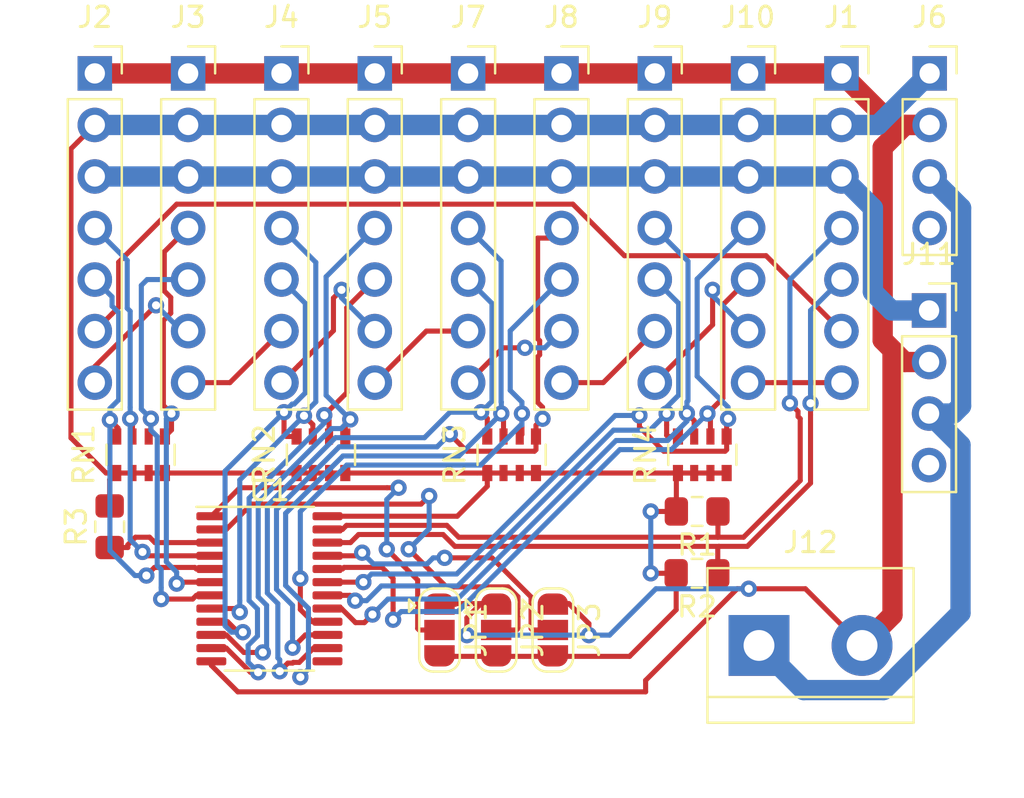
<source format=kicad_pcb>
(kicad_pcb (version 20171130) (host pcbnew "(5.1.5)-3")

  (general
    (thickness 1.6)
    (drawings 0)
    (tracks 496)
    (zones 0)
    (modules 23)
    (nets 38)
  )

  (page A4)
  (layers
    (0 F.Cu signal)
    (31 B.Cu signal)
    (32 B.Adhes user)
    (33 F.Adhes user)
    (34 B.Paste user)
    (35 F.Paste user)
    (36 B.SilkS user)
    (37 F.SilkS user)
    (38 B.Mask user)
    (39 F.Mask user)
    (40 Dwgs.User user)
    (41 Cmts.User user)
    (42 Eco1.User user)
    (43 Eco2.User user)
    (44 Edge.Cuts user)
    (45 Margin user)
    (46 B.CrtYd user)
    (47 F.CrtYd user)
    (48 B.Fab user)
    (49 F.Fab user)
  )

  (setup
    (last_trace_width 0.25)
    (user_trace_width 1)
    (trace_clearance 0.2)
    (zone_clearance 0.508)
    (zone_45_only no)
    (trace_min 0.2)
    (via_size 0.8)
    (via_drill 0.4)
    (via_min_size 0.4)
    (via_min_drill 0.3)
    (uvia_size 0.3)
    (uvia_drill 0.1)
    (uvias_allowed no)
    (uvia_min_size 0.2)
    (uvia_min_drill 0.1)
    (edge_width 0.05)
    (segment_width 0.2)
    (pcb_text_width 0.3)
    (pcb_text_size 1.5 1.5)
    (mod_edge_width 0.12)
    (mod_text_size 1 1)
    (mod_text_width 0.15)
    (pad_size 1.524 1.524)
    (pad_drill 0.762)
    (pad_to_mask_clearance 0.051)
    (solder_mask_min_width 0.25)
    (aux_axis_origin 0 0)
    (visible_elements FFFFFF7F)
    (pcbplotparams
      (layerselection 0x010fc_ffffffff)
      (usegerberextensions false)
      (usegerberattributes false)
      (usegerberadvancedattributes false)
      (creategerberjobfile false)
      (excludeedgelayer true)
      (linewidth 0.100000)
      (plotframeref false)
      (viasonmask false)
      (mode 1)
      (useauxorigin false)
      (hpglpennumber 1)
      (hpglpenspeed 20)
      (hpglpendiameter 15.000000)
      (psnegative false)
      (psa4output false)
      (plotreference true)
      (plotvalue true)
      (plotinvisibletext false)
      (padsonsilk false)
      (subtractmaskfromsilk false)
      (outputformat 1)
      (mirror false)
      (drillshape 1)
      (scaleselection 1)
      (outputdirectory ""))
  )

  (net 0 "")
  (net 1 LEDOUT8)
  (net 2 LEDIN)
  (net 3 SCLIN)
  (net 4 SDAIN)
  (net 5 +5V)
  (net 6 +3V3)
  (net 7 GND)
  (net 8 LEDOUT1)
  (net 9 SCLOUT1)
  (net 10 SDAOUT1)
  (net 11 LEDOUT2)
  (net 12 SCLOUT2)
  (net 13 SDAOUT2)
  (net 14 LEDOUT3)
  (net 15 SCLOUT3)
  (net 16 SDAOUT3)
  (net 17 LEDOUT4)
  (net 18 SCLOUT4)
  (net 19 SDAOUT4)
  (net 20 "Net-(J6-Pad4)")
  (net 21 +12V)
  (net 22 LEDOUT5)
  (net 23 SCLOUT5)
  (net 24 SDAOUT5)
  (net 25 LEDOUT6)
  (net 26 SCLOUT6)
  (net 27 SDAOUT6)
  (net 28 LEDOUT7)
  (net 29 SCLOUT7)
  (net 30 SDAOUT7)
  (net 31 SCLOUT8)
  (net 32 SDAOUT8)
  (net 33 "Net-(J11-Pad4)")
  (net 34 A0)
  (net 35 A1)
  (net 36 A2)
  (net 37 Reset)

  (net_class Default "This is the default net class."
    (clearance 0.2)
    (trace_width 0.25)
    (via_dia 0.8)
    (via_drill 0.4)
    (uvia_dia 0.3)
    (uvia_drill 0.1)
    (add_net +12V)
    (add_net +3V3)
    (add_net +5V)
    (add_net A0)
    (add_net A1)
    (add_net A2)
    (add_net GND)
    (add_net LEDIN)
    (add_net LEDOUT1)
    (add_net LEDOUT2)
    (add_net LEDOUT3)
    (add_net LEDOUT4)
    (add_net LEDOUT5)
    (add_net LEDOUT6)
    (add_net LEDOUT7)
    (add_net LEDOUT8)
    (add_net "Net-(J11-Pad4)")
    (add_net "Net-(J6-Pad4)")
    (add_net Reset)
    (add_net SCLIN)
    (add_net SCLOUT1)
    (add_net SCLOUT2)
    (add_net SCLOUT3)
    (add_net SCLOUT4)
    (add_net SCLOUT5)
    (add_net SCLOUT6)
    (add_net SCLOUT7)
    (add_net SCLOUT8)
    (add_net SDAIN)
    (add_net SDAOUT1)
    (add_net SDAOUT2)
    (add_net SDAOUT3)
    (add_net SDAOUT4)
    (add_net SDAOUT5)
    (add_net SDAOUT6)
    (add_net SDAOUT7)
    (add_net SDAOUT8)
  )

  (module Package_SO:TSSOP-24_4.4x7.8mm_P0.65mm (layer F.Cu) (tedit 5E476F32) (tstamp 5F098520)
    (at 55.626 88.9)
    (descr "TSSOP, 24 Pin (JEDEC MO-153 Var AD https://www.jedec.org/document_search?search_api_views_fulltext=MO-153), generated with kicad-footprint-generator ipc_gullwing_generator.py")
    (tags "TSSOP SO")
    (path /5F092673)
    (attr smd)
    (fp_text reference U1 (at 0 -4.85) (layer F.SilkS)
      (effects (font (size 1 1) (thickness 0.15)))
    )
    (fp_text value PCA9548APW (at 0 4.85) (layer F.Fab)
      (effects (font (size 1 1) (thickness 0.15)))
    )
    (fp_text user %R (at 0 0) (layer F.Fab)
      (effects (font (size 1 1) (thickness 0.15)))
    )
    (fp_line (start 3.85 -4.15) (end -3.85 -4.15) (layer F.CrtYd) (width 0.05))
    (fp_line (start 3.85 4.15) (end 3.85 -4.15) (layer F.CrtYd) (width 0.05))
    (fp_line (start -3.85 4.15) (end 3.85 4.15) (layer F.CrtYd) (width 0.05))
    (fp_line (start -3.85 -4.15) (end -3.85 4.15) (layer F.CrtYd) (width 0.05))
    (fp_line (start -2.2 -2.9) (end -1.2 -3.9) (layer F.Fab) (width 0.1))
    (fp_line (start -2.2 3.9) (end -2.2 -2.9) (layer F.Fab) (width 0.1))
    (fp_line (start 2.2 3.9) (end -2.2 3.9) (layer F.Fab) (width 0.1))
    (fp_line (start 2.2 -3.9) (end 2.2 3.9) (layer F.Fab) (width 0.1))
    (fp_line (start -1.2 -3.9) (end 2.2 -3.9) (layer F.Fab) (width 0.1))
    (fp_line (start 0 -4.035) (end -3.6 -4.035) (layer F.SilkS) (width 0.12))
    (fp_line (start 0 -4.035) (end 2.2 -4.035) (layer F.SilkS) (width 0.12))
    (fp_line (start 0 4.035) (end -2.2 4.035) (layer F.SilkS) (width 0.12))
    (fp_line (start 0 4.035) (end 2.2 4.035) (layer F.SilkS) (width 0.12))
    (pad 24 smd roundrect (at 2.8625 -3.575) (size 1.475 0.4) (layers F.Cu F.Paste F.Mask) (roundrect_rratio 0.25)
      (net 6 +3V3))
    (pad 23 smd roundrect (at 2.8625 -2.925) (size 1.475 0.4) (layers F.Cu F.Paste F.Mask) (roundrect_rratio 0.25)
      (net 4 SDAIN))
    (pad 22 smd roundrect (at 2.8625 -2.275) (size 1.475 0.4) (layers F.Cu F.Paste F.Mask) (roundrect_rratio 0.25)
      (net 3 SCLIN))
    (pad 21 smd roundrect (at 2.8625 -1.625) (size 1.475 0.4) (layers F.Cu F.Paste F.Mask) (roundrect_rratio 0.25)
      (net 36 A2))
    (pad 20 smd roundrect (at 2.8625 -0.975) (size 1.475 0.4) (layers F.Cu F.Paste F.Mask) (roundrect_rratio 0.25)
      (net 31 SCLOUT8))
    (pad 19 smd roundrect (at 2.8625 -0.325) (size 1.475 0.4) (layers F.Cu F.Paste F.Mask) (roundrect_rratio 0.25)
      (net 32 SDAOUT8))
    (pad 18 smd roundrect (at 2.8625 0.325) (size 1.475 0.4) (layers F.Cu F.Paste F.Mask) (roundrect_rratio 0.25)
      (net 29 SCLOUT7))
    (pad 17 smd roundrect (at 2.8625 0.975) (size 1.475 0.4) (layers F.Cu F.Paste F.Mask) (roundrect_rratio 0.25)
      (net 30 SDAOUT7))
    (pad 16 smd roundrect (at 2.8625 1.625) (size 1.475 0.4) (layers F.Cu F.Paste F.Mask) (roundrect_rratio 0.25)
      (net 26 SCLOUT6))
    (pad 15 smd roundrect (at 2.8625 2.275) (size 1.475 0.4) (layers F.Cu F.Paste F.Mask) (roundrect_rratio 0.25)
      (net 27 SDAOUT6))
    (pad 14 smd roundrect (at 2.8625 2.925) (size 1.475 0.4) (layers F.Cu F.Paste F.Mask) (roundrect_rratio 0.25)
      (net 23 SCLOUT5))
    (pad 13 smd roundrect (at 2.8625 3.575) (size 1.475 0.4) (layers F.Cu F.Paste F.Mask) (roundrect_rratio 0.25)
      (net 24 SDAOUT5))
    (pad 12 smd roundrect (at -2.8625 3.575) (size 1.475 0.4) (layers F.Cu F.Paste F.Mask) (roundrect_rratio 0.25)
      (net 7 GND))
    (pad 11 smd roundrect (at -2.8625 2.925) (size 1.475 0.4) (layers F.Cu F.Paste F.Mask) (roundrect_rratio 0.25)
      (net 18 SCLOUT4))
    (pad 10 smd roundrect (at -2.8625 2.275) (size 1.475 0.4) (layers F.Cu F.Paste F.Mask) (roundrect_rratio 0.25)
      (net 19 SDAOUT4))
    (pad 9 smd roundrect (at -2.8625 1.625) (size 1.475 0.4) (layers F.Cu F.Paste F.Mask) (roundrect_rratio 0.25)
      (net 15 SCLOUT3))
    (pad 8 smd roundrect (at -2.8625 0.975) (size 1.475 0.4) (layers F.Cu F.Paste F.Mask) (roundrect_rratio 0.25)
      (net 16 SDAOUT3))
    (pad 7 smd roundrect (at -2.8625 0.325) (size 1.475 0.4) (layers F.Cu F.Paste F.Mask) (roundrect_rratio 0.25)
      (net 12 SCLOUT2))
    (pad 6 smd roundrect (at -2.8625 -0.325) (size 1.475 0.4) (layers F.Cu F.Paste F.Mask) (roundrect_rratio 0.25)
      (net 13 SDAOUT2))
    (pad 5 smd roundrect (at -2.8625 -0.975) (size 1.475 0.4) (layers F.Cu F.Paste F.Mask) (roundrect_rratio 0.25)
      (net 9 SCLOUT1))
    (pad 4 smd roundrect (at -2.8625 -1.625) (size 1.475 0.4) (layers F.Cu F.Paste F.Mask) (roundrect_rratio 0.25)
      (net 10 SDAOUT1))
    (pad 3 smd roundrect (at -2.8625 -2.275) (size 1.475 0.4) (layers F.Cu F.Paste F.Mask) (roundrect_rratio 0.25)
      (net 37 Reset))
    (pad 2 smd roundrect (at -2.8625 -2.925) (size 1.475 0.4) (layers F.Cu F.Paste F.Mask) (roundrect_rratio 0.25)
      (net 35 A1))
    (pad 1 smd roundrect (at -2.8625 -3.575) (size 1.475 0.4) (layers F.Cu F.Paste F.Mask) (roundrect_rratio 0.25)
      (net 34 A0))
    (model ${KISYS3DMOD}/Package_SO.3dshapes/TSSOP-24_4.4x7.8mm_P0.65mm.wrl
      (at (xyz 0 0 0))
      (scale (xyz 1 1 1))
      (rotate (xyz 0 0 0))
    )
  )

  (module Resistor_SMD:R_Array_Convex_4x0603 (layer F.Cu) (tedit 58E0A8B2) (tstamp 5F0984F6)
    (at 76.962 82.296 90)
    (descr "Chip Resistor Network, ROHM MNR14 (see mnr_g.pdf)")
    (tags "resistor array")
    (path /5F0A68A7)
    (attr smd)
    (fp_text reference RN4 (at 0 -2.8 90) (layer F.SilkS)
      (effects (font (size 1 1) (thickness 0.15)))
    )
    (fp_text value R_Pack04 (at 0 2.8 90) (layer F.Fab)
      (effects (font (size 1 1) (thickness 0.15)))
    )
    (fp_line (start 1.55 1.85) (end -1.55 1.85) (layer F.CrtYd) (width 0.05))
    (fp_line (start 1.55 1.85) (end 1.55 -1.85) (layer F.CrtYd) (width 0.05))
    (fp_line (start -1.55 -1.85) (end -1.55 1.85) (layer F.CrtYd) (width 0.05))
    (fp_line (start -1.55 -1.85) (end 1.55 -1.85) (layer F.CrtYd) (width 0.05))
    (fp_line (start 0.5 -1.68) (end -0.5 -1.68) (layer F.SilkS) (width 0.12))
    (fp_line (start 0.5 1.68) (end -0.5 1.68) (layer F.SilkS) (width 0.12))
    (fp_line (start -0.8 1.6) (end -0.8 -1.6) (layer F.Fab) (width 0.1))
    (fp_line (start 0.8 1.6) (end -0.8 1.6) (layer F.Fab) (width 0.1))
    (fp_line (start 0.8 -1.6) (end 0.8 1.6) (layer F.Fab) (width 0.1))
    (fp_line (start -0.8 -1.6) (end 0.8 -1.6) (layer F.Fab) (width 0.1))
    (fp_text user %R (at 0 0) (layer F.Fab)
      (effects (font (size 0.5 0.5) (thickness 0.075)))
    )
    (pad 5 smd rect (at 0.9 1.2 90) (size 0.8 0.5) (layers F.Cu F.Paste F.Mask)
      (net 32 SDAOUT8))
    (pad 6 smd rect (at 0.9 0.4 90) (size 0.8 0.4) (layers F.Cu F.Paste F.Mask)
      (net 31 SCLOUT8))
    (pad 8 smd rect (at 0.9 -1.2 90) (size 0.8 0.5) (layers F.Cu F.Paste F.Mask)
      (net 29 SCLOUT7))
    (pad 7 smd rect (at 0.9 -0.4 90) (size 0.8 0.4) (layers F.Cu F.Paste F.Mask)
      (net 30 SDAOUT7))
    (pad 4 smd rect (at -0.9 1.2 90) (size 0.8 0.5) (layers F.Cu F.Paste F.Mask)
      (net 6 +3V3))
    (pad 2 smd rect (at -0.9 -0.4 90) (size 0.8 0.4) (layers F.Cu F.Paste F.Mask)
      (net 6 +3V3))
    (pad 3 smd rect (at -0.9 0.4 90) (size 0.8 0.4) (layers F.Cu F.Paste F.Mask)
      (net 6 +3V3))
    (pad 1 smd rect (at -0.9 -1.2 90) (size 0.8 0.5) (layers F.Cu F.Paste F.Mask)
      (net 6 +3V3))
    (model ${KISYS3DMOD}/Resistor_SMD.3dshapes/R_Array_Convex_4x0603.wrl
      (at (xyz 0 0 0))
      (scale (xyz 1 1 1))
      (rotate (xyz 0 0 0))
    )
  )

  (module Resistor_SMD:R_Array_Convex_4x0603 (layer F.Cu) (tedit 58E0A8B2) (tstamp 5F0984DF)
    (at 67.564 82.296 90)
    (descr "Chip Resistor Network, ROHM MNR14 (see mnr_g.pdf)")
    (tags "resistor array")
    (path /5F0A5F2C)
    (attr smd)
    (fp_text reference RN3 (at 0 -2.8 90) (layer F.SilkS)
      (effects (font (size 1 1) (thickness 0.15)))
    )
    (fp_text value R_Pack04 (at 0 2.8 90) (layer F.Fab)
      (effects (font (size 1 1) (thickness 0.15)))
    )
    (fp_line (start 1.55 1.85) (end -1.55 1.85) (layer F.CrtYd) (width 0.05))
    (fp_line (start 1.55 1.85) (end 1.55 -1.85) (layer F.CrtYd) (width 0.05))
    (fp_line (start -1.55 -1.85) (end -1.55 1.85) (layer F.CrtYd) (width 0.05))
    (fp_line (start -1.55 -1.85) (end 1.55 -1.85) (layer F.CrtYd) (width 0.05))
    (fp_line (start 0.5 -1.68) (end -0.5 -1.68) (layer F.SilkS) (width 0.12))
    (fp_line (start 0.5 1.68) (end -0.5 1.68) (layer F.SilkS) (width 0.12))
    (fp_line (start -0.8 1.6) (end -0.8 -1.6) (layer F.Fab) (width 0.1))
    (fp_line (start 0.8 1.6) (end -0.8 1.6) (layer F.Fab) (width 0.1))
    (fp_line (start 0.8 -1.6) (end 0.8 1.6) (layer F.Fab) (width 0.1))
    (fp_line (start -0.8 -1.6) (end 0.8 -1.6) (layer F.Fab) (width 0.1))
    (fp_text user %R (at 0 0) (layer F.Fab)
      (effects (font (size 0.5 0.5) (thickness 0.075)))
    )
    (pad 5 smd rect (at 0.9 1.2 90) (size 0.8 0.5) (layers F.Cu F.Paste F.Mask)
      (net 27 SDAOUT6))
    (pad 6 smd rect (at 0.9 0.4 90) (size 0.8 0.4) (layers F.Cu F.Paste F.Mask)
      (net 26 SCLOUT6))
    (pad 8 smd rect (at 0.9 -1.2 90) (size 0.8 0.5) (layers F.Cu F.Paste F.Mask)
      (net 23 SCLOUT5))
    (pad 7 smd rect (at 0.9 -0.4 90) (size 0.8 0.4) (layers F.Cu F.Paste F.Mask)
      (net 24 SDAOUT5))
    (pad 4 smd rect (at -0.9 1.2 90) (size 0.8 0.5) (layers F.Cu F.Paste F.Mask)
      (net 6 +3V3))
    (pad 2 smd rect (at -0.9 -0.4 90) (size 0.8 0.4) (layers F.Cu F.Paste F.Mask)
      (net 6 +3V3))
    (pad 3 smd rect (at -0.9 0.4 90) (size 0.8 0.4) (layers F.Cu F.Paste F.Mask)
      (net 6 +3V3))
    (pad 1 smd rect (at -0.9 -1.2 90) (size 0.8 0.5) (layers F.Cu F.Paste F.Mask)
      (net 6 +3V3))
    (model ${KISYS3DMOD}/Resistor_SMD.3dshapes/R_Array_Convex_4x0603.wrl
      (at (xyz 0 0 0))
      (scale (xyz 1 1 1))
      (rotate (xyz 0 0 0))
    )
  )

  (module Resistor_SMD:R_Array_Convex_4x0603 (layer F.Cu) (tedit 58E0A8B2) (tstamp 5F0984C8)
    (at 58.166 82.296 90)
    (descr "Chip Resistor Network, ROHM MNR14 (see mnr_g.pdf)")
    (tags "resistor array")
    (path /5F0A574A)
    (attr smd)
    (fp_text reference RN2 (at 0 -2.8 90) (layer F.SilkS)
      (effects (font (size 1 1) (thickness 0.15)))
    )
    (fp_text value R_Pack04 (at 0 2.8 90) (layer F.Fab)
      (effects (font (size 1 1) (thickness 0.15)))
    )
    (fp_line (start 1.55 1.85) (end -1.55 1.85) (layer F.CrtYd) (width 0.05))
    (fp_line (start 1.55 1.85) (end 1.55 -1.85) (layer F.CrtYd) (width 0.05))
    (fp_line (start -1.55 -1.85) (end -1.55 1.85) (layer F.CrtYd) (width 0.05))
    (fp_line (start -1.55 -1.85) (end 1.55 -1.85) (layer F.CrtYd) (width 0.05))
    (fp_line (start 0.5 -1.68) (end -0.5 -1.68) (layer F.SilkS) (width 0.12))
    (fp_line (start 0.5 1.68) (end -0.5 1.68) (layer F.SilkS) (width 0.12))
    (fp_line (start -0.8 1.6) (end -0.8 -1.6) (layer F.Fab) (width 0.1))
    (fp_line (start 0.8 1.6) (end -0.8 1.6) (layer F.Fab) (width 0.1))
    (fp_line (start 0.8 -1.6) (end 0.8 1.6) (layer F.Fab) (width 0.1))
    (fp_line (start -0.8 -1.6) (end 0.8 -1.6) (layer F.Fab) (width 0.1))
    (fp_text user %R (at 0 0) (layer F.Fab)
      (effects (font (size 0.5 0.5) (thickness 0.075)))
    )
    (pad 5 smd rect (at 0.9 1.2 90) (size 0.8 0.5) (layers F.Cu F.Paste F.Mask)
      (net 19 SDAOUT4))
    (pad 6 smd rect (at 0.9 0.4 90) (size 0.8 0.4) (layers F.Cu F.Paste F.Mask)
      (net 18 SCLOUT4))
    (pad 8 smd rect (at 0.9 -1.2 90) (size 0.8 0.5) (layers F.Cu F.Paste F.Mask)
      (net 15 SCLOUT3))
    (pad 7 smd rect (at 0.9 -0.4 90) (size 0.8 0.4) (layers F.Cu F.Paste F.Mask)
      (net 16 SDAOUT3))
    (pad 4 smd rect (at -0.9 1.2 90) (size 0.8 0.5) (layers F.Cu F.Paste F.Mask)
      (net 6 +3V3))
    (pad 2 smd rect (at -0.9 -0.4 90) (size 0.8 0.4) (layers F.Cu F.Paste F.Mask)
      (net 6 +3V3))
    (pad 3 smd rect (at -0.9 0.4 90) (size 0.8 0.4) (layers F.Cu F.Paste F.Mask)
      (net 6 +3V3))
    (pad 1 smd rect (at -0.9 -1.2 90) (size 0.8 0.5) (layers F.Cu F.Paste F.Mask)
      (net 6 +3V3))
    (model ${KISYS3DMOD}/Resistor_SMD.3dshapes/R_Array_Convex_4x0603.wrl
      (at (xyz 0 0 0))
      (scale (xyz 1 1 1))
      (rotate (xyz 0 0 0))
    )
  )

  (module Resistor_SMD:R_Array_Convex_4x0603 (layer F.Cu) (tedit 58E0A8B2) (tstamp 5F0984B1)
    (at 49.276 82.296 90)
    (descr "Chip Resistor Network, ROHM MNR14 (see mnr_g.pdf)")
    (tags "resistor array")
    (path /5F0A349C)
    (attr smd)
    (fp_text reference RN1 (at 0 -2.8 90) (layer F.SilkS)
      (effects (font (size 1 1) (thickness 0.15)))
    )
    (fp_text value R_Pack04 (at 0 2.8 90) (layer F.Fab)
      (effects (font (size 1 1) (thickness 0.15)))
    )
    (fp_line (start 1.55 1.85) (end -1.55 1.85) (layer F.CrtYd) (width 0.05))
    (fp_line (start 1.55 1.85) (end 1.55 -1.85) (layer F.CrtYd) (width 0.05))
    (fp_line (start -1.55 -1.85) (end -1.55 1.85) (layer F.CrtYd) (width 0.05))
    (fp_line (start -1.55 -1.85) (end 1.55 -1.85) (layer F.CrtYd) (width 0.05))
    (fp_line (start 0.5 -1.68) (end -0.5 -1.68) (layer F.SilkS) (width 0.12))
    (fp_line (start 0.5 1.68) (end -0.5 1.68) (layer F.SilkS) (width 0.12))
    (fp_line (start -0.8 1.6) (end -0.8 -1.6) (layer F.Fab) (width 0.1))
    (fp_line (start 0.8 1.6) (end -0.8 1.6) (layer F.Fab) (width 0.1))
    (fp_line (start 0.8 -1.6) (end 0.8 1.6) (layer F.Fab) (width 0.1))
    (fp_line (start -0.8 -1.6) (end 0.8 -1.6) (layer F.Fab) (width 0.1))
    (fp_text user %R (at 0 0) (layer F.Fab)
      (effects (font (size 0.5 0.5) (thickness 0.075)))
    )
    (pad 5 smd rect (at 0.9 1.2 90) (size 0.8 0.5) (layers F.Cu F.Paste F.Mask)
      (net 13 SDAOUT2))
    (pad 6 smd rect (at 0.9 0.4 90) (size 0.8 0.4) (layers F.Cu F.Paste F.Mask)
      (net 12 SCLOUT2))
    (pad 8 smd rect (at 0.9 -1.2 90) (size 0.8 0.5) (layers F.Cu F.Paste F.Mask)
      (net 9 SCLOUT1))
    (pad 7 smd rect (at 0.9 -0.4 90) (size 0.8 0.4) (layers F.Cu F.Paste F.Mask)
      (net 10 SDAOUT1))
    (pad 4 smd rect (at -0.9 1.2 90) (size 0.8 0.5) (layers F.Cu F.Paste F.Mask)
      (net 6 +3V3))
    (pad 2 smd rect (at -0.9 -0.4 90) (size 0.8 0.4) (layers F.Cu F.Paste F.Mask)
      (net 6 +3V3))
    (pad 3 smd rect (at -0.9 0.4 90) (size 0.8 0.4) (layers F.Cu F.Paste F.Mask)
      (net 6 +3V3))
    (pad 1 smd rect (at -0.9 -1.2 90) (size 0.8 0.5) (layers F.Cu F.Paste F.Mask)
      (net 6 +3V3))
    (model ${KISYS3DMOD}/Resistor_SMD.3dshapes/R_Array_Convex_4x0603.wrl
      (at (xyz 0 0 0))
      (scale (xyz 1 1 1))
      (rotate (xyz 0 0 0))
    )
  )

  (module Resistor_SMD:R_0805_2012Metric_Pad1.15x1.40mm_HandSolder (layer F.Cu) (tedit 5B36C52B) (tstamp 5F09849A)
    (at 47.752 85.843 90)
    (descr "Resistor SMD 0805 (2012 Metric), square (rectangular) end terminal, IPC_7351 nominal with elongated pad for handsoldering. (Body size source: https://docs.google.com/spreadsheets/d/1BsfQQcO9C6DZCsRaXUlFlo91Tg2WpOkGARC1WS5S8t0/edit?usp=sharing), generated with kicad-footprint-generator")
    (tags "resistor handsolder")
    (path /5F0AB394)
    (attr smd)
    (fp_text reference R3 (at 0 -1.65 90) (layer F.SilkS)
      (effects (font (size 1 1) (thickness 0.15)))
    )
    (fp_text value R (at 0 1.65 90) (layer F.Fab)
      (effects (font (size 1 1) (thickness 0.15)))
    )
    (fp_text user %R (at 0 0 90) (layer F.Fab)
      (effects (font (size 0.5 0.5) (thickness 0.08)))
    )
    (fp_line (start 1.85 0.95) (end -1.85 0.95) (layer F.CrtYd) (width 0.05))
    (fp_line (start 1.85 -0.95) (end 1.85 0.95) (layer F.CrtYd) (width 0.05))
    (fp_line (start -1.85 -0.95) (end 1.85 -0.95) (layer F.CrtYd) (width 0.05))
    (fp_line (start -1.85 0.95) (end -1.85 -0.95) (layer F.CrtYd) (width 0.05))
    (fp_line (start -0.261252 0.71) (end 0.261252 0.71) (layer F.SilkS) (width 0.12))
    (fp_line (start -0.261252 -0.71) (end 0.261252 -0.71) (layer F.SilkS) (width 0.12))
    (fp_line (start 1 0.6) (end -1 0.6) (layer F.Fab) (width 0.1))
    (fp_line (start 1 -0.6) (end 1 0.6) (layer F.Fab) (width 0.1))
    (fp_line (start -1 -0.6) (end 1 -0.6) (layer F.Fab) (width 0.1))
    (fp_line (start -1 0.6) (end -1 -0.6) (layer F.Fab) (width 0.1))
    (pad 2 smd roundrect (at 1.025 0 90) (size 1.15 1.4) (layers F.Cu F.Paste F.Mask) (roundrect_rratio 0.217391)
      (net 6 +3V3))
    (pad 1 smd roundrect (at -1.025 0 90) (size 1.15 1.4) (layers F.Cu F.Paste F.Mask) (roundrect_rratio 0.217391)
      (net 37 Reset))
    (model ${KISYS3DMOD}/Resistor_SMD.3dshapes/R_0805_2012Metric.wrl
      (at (xyz 0 0 0))
      (scale (xyz 1 1 1))
      (rotate (xyz 0 0 0))
    )
  )

  (module Resistor_SMD:R_0805_2012Metric_Pad1.15x1.40mm_HandSolder (layer F.Cu) (tedit 5B36C52B) (tstamp 5F098489)
    (at 76.699 88.138 180)
    (descr "Resistor SMD 0805 (2012 Metric), square (rectangular) end terminal, IPC_7351 nominal with elongated pad for handsoldering. (Body size source: https://docs.google.com/spreadsheets/d/1BsfQQcO9C6DZCsRaXUlFlo91Tg2WpOkGARC1WS5S8t0/edit?usp=sharing), generated with kicad-footprint-generator")
    (tags "resistor handsolder")
    (path /5F0A9C8B)
    (attr smd)
    (fp_text reference R2 (at 0 -1.65) (layer F.SilkS)
      (effects (font (size 1 1) (thickness 0.15)))
    )
    (fp_text value R (at 0 1.65) (layer F.Fab)
      (effects (font (size 1 1) (thickness 0.15)))
    )
    (fp_text user %R (at 0 0) (layer F.Fab)
      (effects (font (size 0.5 0.5) (thickness 0.08)))
    )
    (fp_line (start 1.85 0.95) (end -1.85 0.95) (layer F.CrtYd) (width 0.05))
    (fp_line (start 1.85 -0.95) (end 1.85 0.95) (layer F.CrtYd) (width 0.05))
    (fp_line (start -1.85 -0.95) (end 1.85 -0.95) (layer F.CrtYd) (width 0.05))
    (fp_line (start -1.85 0.95) (end -1.85 -0.95) (layer F.CrtYd) (width 0.05))
    (fp_line (start -0.261252 0.71) (end 0.261252 0.71) (layer F.SilkS) (width 0.12))
    (fp_line (start -0.261252 -0.71) (end 0.261252 -0.71) (layer F.SilkS) (width 0.12))
    (fp_line (start 1 0.6) (end -1 0.6) (layer F.Fab) (width 0.1))
    (fp_line (start 1 -0.6) (end 1 0.6) (layer F.Fab) (width 0.1))
    (fp_line (start -1 -0.6) (end 1 -0.6) (layer F.Fab) (width 0.1))
    (fp_line (start -1 0.6) (end -1 -0.6) (layer F.Fab) (width 0.1))
    (pad 2 smd roundrect (at 1.025 0 180) (size 1.15 1.4) (layers F.Cu F.Paste F.Mask) (roundrect_rratio 0.217391)
      (net 6 +3V3))
    (pad 1 smd roundrect (at -1.025 0 180) (size 1.15 1.4) (layers F.Cu F.Paste F.Mask) (roundrect_rratio 0.217391)
      (net 3 SCLIN))
    (model ${KISYS3DMOD}/Resistor_SMD.3dshapes/R_0805_2012Metric.wrl
      (at (xyz 0 0 0))
      (scale (xyz 1 1 1))
      (rotate (xyz 0 0 0))
    )
  )

  (module Resistor_SMD:R_0805_2012Metric_Pad1.15x1.40mm_HandSolder (layer F.Cu) (tedit 5B36C52B) (tstamp 5F098478)
    (at 76.708 85.09 180)
    (descr "Resistor SMD 0805 (2012 Metric), square (rectangular) end terminal, IPC_7351 nominal with elongated pad for handsoldering. (Body size source: https://docs.google.com/spreadsheets/d/1BsfQQcO9C6DZCsRaXUlFlo91Tg2WpOkGARC1WS5S8t0/edit?usp=sharing), generated with kicad-footprint-generator")
    (tags "resistor handsolder")
    (path /5F0A8AE3)
    (attr smd)
    (fp_text reference R1 (at 0 -1.65) (layer F.SilkS)
      (effects (font (size 1 1) (thickness 0.15)))
    )
    (fp_text value R (at 0 1.65) (layer F.Fab)
      (effects (font (size 1 1) (thickness 0.15)))
    )
    (fp_text user %R (at 0 0) (layer F.Fab)
      (effects (font (size 0.5 0.5) (thickness 0.08)))
    )
    (fp_line (start 1.85 0.95) (end -1.85 0.95) (layer F.CrtYd) (width 0.05))
    (fp_line (start 1.85 -0.95) (end 1.85 0.95) (layer F.CrtYd) (width 0.05))
    (fp_line (start -1.85 -0.95) (end 1.85 -0.95) (layer F.CrtYd) (width 0.05))
    (fp_line (start -1.85 0.95) (end -1.85 -0.95) (layer F.CrtYd) (width 0.05))
    (fp_line (start -0.261252 0.71) (end 0.261252 0.71) (layer F.SilkS) (width 0.12))
    (fp_line (start -0.261252 -0.71) (end 0.261252 -0.71) (layer F.SilkS) (width 0.12))
    (fp_line (start 1 0.6) (end -1 0.6) (layer F.Fab) (width 0.1))
    (fp_line (start 1 -0.6) (end 1 0.6) (layer F.Fab) (width 0.1))
    (fp_line (start -1 -0.6) (end 1 -0.6) (layer F.Fab) (width 0.1))
    (fp_line (start -1 0.6) (end -1 -0.6) (layer F.Fab) (width 0.1))
    (pad 2 smd roundrect (at 1.025 0 180) (size 1.15 1.4) (layers F.Cu F.Paste F.Mask) (roundrect_rratio 0.217391)
      (net 6 +3V3))
    (pad 1 smd roundrect (at -1.025 0 180) (size 1.15 1.4) (layers F.Cu F.Paste F.Mask) (roundrect_rratio 0.217391)
      (net 4 SDAIN))
    (model ${KISYS3DMOD}/Resistor_SMD.3dshapes/R_0805_2012Metric.wrl
      (at (xyz 0 0 0))
      (scale (xyz 1 1 1))
      (rotate (xyz 0 0 0))
    )
  )

  (module Jumper:SolderJumper-3_P1.3mm_Open_RoundedPad1.0x1.5mm (layer F.Cu) (tedit 5B391EB7) (tstamp 5F098467)
    (at 69.596 90.932 270)
    (descr "SMD Solder 3-pad Jumper, 1x1.5mm rounded Pads, 0.3mm gap, open")
    (tags "solder jumper open")
    (path /5F0DB844)
    (attr virtual)
    (fp_text reference JP3 (at 0 -1.8 90) (layer F.SilkS)
      (effects (font (size 1 1) (thickness 0.15)))
    )
    (fp_text value SolderJumper_3_Open (at 0 1.9 90) (layer F.Fab)
      (effects (font (size 1 1) (thickness 0.15)))
    )
    (fp_arc (start -1.35 -0.3) (end -1.35 -1) (angle -90) (layer F.SilkS) (width 0.12))
    (fp_arc (start -1.35 0.3) (end -2.05 0.3) (angle -90) (layer F.SilkS) (width 0.12))
    (fp_arc (start 1.35 0.3) (end 1.35 1) (angle -90) (layer F.SilkS) (width 0.12))
    (fp_arc (start 1.35 -0.3) (end 2.05 -0.3) (angle -90) (layer F.SilkS) (width 0.12))
    (fp_line (start 2.3 1.25) (end -2.3 1.25) (layer F.CrtYd) (width 0.05))
    (fp_line (start 2.3 1.25) (end 2.3 -1.25) (layer F.CrtYd) (width 0.05))
    (fp_line (start -2.3 -1.25) (end -2.3 1.25) (layer F.CrtYd) (width 0.05))
    (fp_line (start -2.3 -1.25) (end 2.3 -1.25) (layer F.CrtYd) (width 0.05))
    (fp_line (start -1.4 -1) (end 1.4 -1) (layer F.SilkS) (width 0.12))
    (fp_line (start 2.05 -0.3) (end 2.05 0.3) (layer F.SilkS) (width 0.12))
    (fp_line (start 1.4 1) (end -1.4 1) (layer F.SilkS) (width 0.12))
    (fp_line (start -2.05 0.3) (end -2.05 -0.3) (layer F.SilkS) (width 0.12))
    (fp_line (start -1.2 1.2) (end -1.5 1.5) (layer F.SilkS) (width 0.12))
    (fp_line (start -1.5 1.5) (end -0.9 1.5) (layer F.SilkS) (width 0.12))
    (fp_line (start -1.2 1.2) (end -0.9 1.5) (layer F.SilkS) (width 0.12))
    (pad 2 smd rect (at 0 0 270) (size 1 1.5) (layers F.Cu F.Mask)
      (net 36 A2))
    (pad 3 smd custom (at 1.3 0 270) (size 1 0.5) (layers F.Cu F.Mask)
      (net 6 +3V3) (zone_connect 2)
      (options (clearance outline) (anchor rect))
      (primitives
        (gr_circle (center 0 0.25) (end 0.5 0.25) (width 0))
        (gr_circle (center 0 -0.25) (end 0.5 -0.25) (width 0))
        (gr_poly (pts
           (xy -0.55 -0.75) (xy 0 -0.75) (xy 0 0.75) (xy -0.55 0.75)) (width 0))
      ))
    (pad 1 smd custom (at -1.3 0 270) (size 1 0.5) (layers F.Cu F.Mask)
      (net 7 GND) (zone_connect 2)
      (options (clearance outline) (anchor rect))
      (primitives
        (gr_circle (center 0 0.25) (end 0.5 0.25) (width 0))
        (gr_circle (center 0 -0.25) (end 0.5 -0.25) (width 0))
        (gr_poly (pts
           (xy 0.55 -0.75) (xy 0 -0.75) (xy 0 0.75) (xy 0.55 0.75)) (width 0))
      ))
  )

  (module Jumper:SolderJumper-3_P1.3mm_Open_RoundedPad1.0x1.5mm (layer F.Cu) (tedit 5B391EB7) (tstamp 5F098451)
    (at 66.802 90.932 270)
    (descr "SMD Solder 3-pad Jumper, 1x1.5mm rounded Pads, 0.3mm gap, open")
    (tags "solder jumper open")
    (path /5F0DB181)
    (attr virtual)
    (fp_text reference JP2 (at 0 -1.8 90) (layer F.SilkS)
      (effects (font (size 1 1) (thickness 0.15)))
    )
    (fp_text value SolderJumper_3_Open (at 0 1.9 90) (layer F.Fab)
      (effects (font (size 1 1) (thickness 0.15)))
    )
    (fp_arc (start -1.35 -0.3) (end -1.35 -1) (angle -90) (layer F.SilkS) (width 0.12))
    (fp_arc (start -1.35 0.3) (end -2.05 0.3) (angle -90) (layer F.SilkS) (width 0.12))
    (fp_arc (start 1.35 0.3) (end 1.35 1) (angle -90) (layer F.SilkS) (width 0.12))
    (fp_arc (start 1.35 -0.3) (end 2.05 -0.3) (angle -90) (layer F.SilkS) (width 0.12))
    (fp_line (start 2.3 1.25) (end -2.3 1.25) (layer F.CrtYd) (width 0.05))
    (fp_line (start 2.3 1.25) (end 2.3 -1.25) (layer F.CrtYd) (width 0.05))
    (fp_line (start -2.3 -1.25) (end -2.3 1.25) (layer F.CrtYd) (width 0.05))
    (fp_line (start -2.3 -1.25) (end 2.3 -1.25) (layer F.CrtYd) (width 0.05))
    (fp_line (start -1.4 -1) (end 1.4 -1) (layer F.SilkS) (width 0.12))
    (fp_line (start 2.05 -0.3) (end 2.05 0.3) (layer F.SilkS) (width 0.12))
    (fp_line (start 1.4 1) (end -1.4 1) (layer F.SilkS) (width 0.12))
    (fp_line (start -2.05 0.3) (end -2.05 -0.3) (layer F.SilkS) (width 0.12))
    (fp_line (start -1.2 1.2) (end -1.5 1.5) (layer F.SilkS) (width 0.12))
    (fp_line (start -1.5 1.5) (end -0.9 1.5) (layer F.SilkS) (width 0.12))
    (fp_line (start -1.2 1.2) (end -0.9 1.5) (layer F.SilkS) (width 0.12))
    (pad 2 smd rect (at 0 0 270) (size 1 1.5) (layers F.Cu F.Mask)
      (net 35 A1))
    (pad 3 smd custom (at 1.3 0 270) (size 1 0.5) (layers F.Cu F.Mask)
      (net 6 +3V3) (zone_connect 2)
      (options (clearance outline) (anchor rect))
      (primitives
        (gr_circle (center 0 0.25) (end 0.5 0.25) (width 0))
        (gr_circle (center 0 -0.25) (end 0.5 -0.25) (width 0))
        (gr_poly (pts
           (xy -0.55 -0.75) (xy 0 -0.75) (xy 0 0.75) (xy -0.55 0.75)) (width 0))
      ))
    (pad 1 smd custom (at -1.3 0 270) (size 1 0.5) (layers F.Cu F.Mask)
      (net 7 GND) (zone_connect 2)
      (options (clearance outline) (anchor rect))
      (primitives
        (gr_circle (center 0 0.25) (end 0.5 0.25) (width 0))
        (gr_circle (center 0 -0.25) (end 0.5 -0.25) (width 0))
        (gr_poly (pts
           (xy 0.55 -0.75) (xy 0 -0.75) (xy 0 0.75) (xy 0.55 0.75)) (width 0))
      ))
  )

  (module Jumper:SolderJumper-3_P1.3mm_Open_RoundedPad1.0x1.5mm (layer F.Cu) (tedit 5B391EB7) (tstamp 5F09843B)
    (at 64.008 90.932 270)
    (descr "SMD Solder 3-pad Jumper, 1x1.5mm rounded Pads, 0.3mm gap, open")
    (tags "solder jumper open")
    (path /5F0D94C3)
    (attr virtual)
    (fp_text reference JP1 (at 0 -1.8 90) (layer F.SilkS)
      (effects (font (size 1 1) (thickness 0.15)))
    )
    (fp_text value SolderJumper_3_Open (at 0 1.9 90) (layer F.Fab)
      (effects (font (size 1 1) (thickness 0.15)))
    )
    (fp_arc (start -1.35 -0.3) (end -1.35 -1) (angle -90) (layer F.SilkS) (width 0.12))
    (fp_arc (start -1.35 0.3) (end -2.05 0.3) (angle -90) (layer F.SilkS) (width 0.12))
    (fp_arc (start 1.35 0.3) (end 1.35 1) (angle -90) (layer F.SilkS) (width 0.12))
    (fp_arc (start 1.35 -0.3) (end 2.05 -0.3) (angle -90) (layer F.SilkS) (width 0.12))
    (fp_line (start 2.3 1.25) (end -2.3 1.25) (layer F.CrtYd) (width 0.05))
    (fp_line (start 2.3 1.25) (end 2.3 -1.25) (layer F.CrtYd) (width 0.05))
    (fp_line (start -2.3 -1.25) (end -2.3 1.25) (layer F.CrtYd) (width 0.05))
    (fp_line (start -2.3 -1.25) (end 2.3 -1.25) (layer F.CrtYd) (width 0.05))
    (fp_line (start -1.4 -1) (end 1.4 -1) (layer F.SilkS) (width 0.12))
    (fp_line (start 2.05 -0.3) (end 2.05 0.3) (layer F.SilkS) (width 0.12))
    (fp_line (start 1.4 1) (end -1.4 1) (layer F.SilkS) (width 0.12))
    (fp_line (start -2.05 0.3) (end -2.05 -0.3) (layer F.SilkS) (width 0.12))
    (fp_line (start -1.2 1.2) (end -1.5 1.5) (layer F.SilkS) (width 0.12))
    (fp_line (start -1.5 1.5) (end -0.9 1.5) (layer F.SilkS) (width 0.12))
    (fp_line (start -1.2 1.2) (end -0.9 1.5) (layer F.SilkS) (width 0.12))
    (pad 2 smd rect (at 0 0 270) (size 1 1.5) (layers F.Cu F.Mask)
      (net 34 A0))
    (pad 3 smd custom (at 1.3 0 270) (size 1 0.5) (layers F.Cu F.Mask)
      (net 6 +3V3) (zone_connect 2)
      (options (clearance outline) (anchor rect))
      (primitives
        (gr_circle (center 0 0.25) (end 0.5 0.25) (width 0))
        (gr_circle (center 0 -0.25) (end 0.5 -0.25) (width 0))
        (gr_poly (pts
           (xy -0.55 -0.75) (xy 0 -0.75) (xy 0 0.75) (xy -0.55 0.75)) (width 0))
      ))
    (pad 1 smd custom (at -1.3 0 270) (size 1 0.5) (layers F.Cu F.Mask)
      (net 7 GND) (zone_connect 2)
      (options (clearance outline) (anchor rect))
      (primitives
        (gr_circle (center 0 0.25) (end 0.5 0.25) (width 0))
        (gr_circle (center 0 -0.25) (end 0.5 -0.25) (width 0))
        (gr_poly (pts
           (xy 0.55 -0.75) (xy 0 -0.75) (xy 0 0.75) (xy 0.55 0.75)) (width 0))
      ))
  )

  (module TerminalBlock:TerminalBlock_bornier-2_P5.08mm (layer F.Cu) (tedit 59FF03AB) (tstamp 5F098425)
    (at 79.756 91.694)
    (descr "simple 2-pin terminal block, pitch 5.08mm, revamped version of bornier2")
    (tags "terminal block bornier2")
    (path /5F0D73C6)
    (fp_text reference J12 (at 2.54 -5.08) (layer F.SilkS)
      (effects (font (size 1 1) (thickness 0.15)))
    )
    (fp_text value Screw_Terminal_01x02 (at 2.54 5.08) (layer F.Fab)
      (effects (font (size 1 1) (thickness 0.15)))
    )
    (fp_line (start 7.79 4) (end -2.71 4) (layer F.CrtYd) (width 0.05))
    (fp_line (start 7.79 4) (end 7.79 -4) (layer F.CrtYd) (width 0.05))
    (fp_line (start -2.71 -4) (end -2.71 4) (layer F.CrtYd) (width 0.05))
    (fp_line (start -2.71 -4) (end 7.79 -4) (layer F.CrtYd) (width 0.05))
    (fp_line (start -2.54 3.81) (end 7.62 3.81) (layer F.SilkS) (width 0.12))
    (fp_line (start -2.54 -3.81) (end -2.54 3.81) (layer F.SilkS) (width 0.12))
    (fp_line (start 7.62 -3.81) (end -2.54 -3.81) (layer F.SilkS) (width 0.12))
    (fp_line (start 7.62 3.81) (end 7.62 -3.81) (layer F.SilkS) (width 0.12))
    (fp_line (start 7.62 2.54) (end -2.54 2.54) (layer F.SilkS) (width 0.12))
    (fp_line (start 7.54 -3.75) (end -2.46 -3.75) (layer F.Fab) (width 0.1))
    (fp_line (start 7.54 3.75) (end 7.54 -3.75) (layer F.Fab) (width 0.1))
    (fp_line (start -2.46 3.75) (end 7.54 3.75) (layer F.Fab) (width 0.1))
    (fp_line (start -2.46 -3.75) (end -2.46 3.75) (layer F.Fab) (width 0.1))
    (fp_line (start -2.41 2.55) (end 7.49 2.55) (layer F.Fab) (width 0.1))
    (fp_text user %R (at 2.54 0) (layer F.Fab)
      (effects (font (size 1 1) (thickness 0.15)))
    )
    (pad 2 thru_hole circle (at 5.08 0) (size 3 3) (drill 1.52) (layers *.Cu *.Mask)
      (net 7 GND))
    (pad 1 thru_hole rect (at 0 0) (size 3 3) (drill 1.52) (layers *.Cu *.Mask)
      (net 21 +12V))
    (model ${KISYS3DMOD}/TerminalBlock.3dshapes/TerminalBlock_bornier-2_P5.08mm.wrl
      (offset (xyz 2.539999961853027 0 0))
      (scale (xyz 1 1 1))
      (rotate (xyz 0 0 0))
    )
  )

  (module Connector_PinSocket_2.54mm:PinSocket_1x04_P2.54mm_Vertical (layer F.Cu) (tedit 5A19A429) (tstamp 5F098410)
    (at 88.138 75.184)
    (descr "Through hole straight socket strip, 1x04, 2.54mm pitch, single row (from Kicad 4.0.7), script generated")
    (tags "Through hole socket strip THT 1x04 2.54mm single row")
    (path /5F0D37F3)
    (fp_text reference J11 (at 0 -2.77) (layer F.SilkS)
      (effects (font (size 1 1) (thickness 0.15)))
    )
    (fp_text value Conn_01x04 (at 0 10.39) (layer F.Fab)
      (effects (font (size 1 1) (thickness 0.15)))
    )
    (fp_text user %R (at 0 3.81 90) (layer F.Fab)
      (effects (font (size 1 1) (thickness 0.15)))
    )
    (fp_line (start -1.8 9.4) (end -1.8 -1.8) (layer F.CrtYd) (width 0.05))
    (fp_line (start 1.75 9.4) (end -1.8 9.4) (layer F.CrtYd) (width 0.05))
    (fp_line (start 1.75 -1.8) (end 1.75 9.4) (layer F.CrtYd) (width 0.05))
    (fp_line (start -1.8 -1.8) (end 1.75 -1.8) (layer F.CrtYd) (width 0.05))
    (fp_line (start 0 -1.33) (end 1.33 -1.33) (layer F.SilkS) (width 0.12))
    (fp_line (start 1.33 -1.33) (end 1.33 0) (layer F.SilkS) (width 0.12))
    (fp_line (start 1.33 1.27) (end 1.33 8.95) (layer F.SilkS) (width 0.12))
    (fp_line (start -1.33 8.95) (end 1.33 8.95) (layer F.SilkS) (width 0.12))
    (fp_line (start -1.33 1.27) (end -1.33 8.95) (layer F.SilkS) (width 0.12))
    (fp_line (start -1.33 1.27) (end 1.33 1.27) (layer F.SilkS) (width 0.12))
    (fp_line (start -1.27 8.89) (end -1.27 -1.27) (layer F.Fab) (width 0.1))
    (fp_line (start 1.27 8.89) (end -1.27 8.89) (layer F.Fab) (width 0.1))
    (fp_line (start 1.27 -0.635) (end 1.27 8.89) (layer F.Fab) (width 0.1))
    (fp_line (start 0.635 -1.27) (end 1.27 -0.635) (layer F.Fab) (width 0.1))
    (fp_line (start -1.27 -1.27) (end 0.635 -1.27) (layer F.Fab) (width 0.1))
    (pad 4 thru_hole oval (at 0 7.62) (size 1.7 1.7) (drill 1) (layers *.Cu *.Mask)
      (net 33 "Net-(J11-Pad4)"))
    (pad 3 thru_hole oval (at 0 5.08) (size 1.7 1.7) (drill 1) (layers *.Cu *.Mask)
      (net 21 +12V))
    (pad 2 thru_hole oval (at 0 2.54) (size 1.7 1.7) (drill 1) (layers *.Cu *.Mask)
      (net 7 GND))
    (pad 1 thru_hole rect (at 0 0) (size 1.7 1.7) (drill 1) (layers *.Cu *.Mask)
      (net 5 +5V))
    (model ${KISYS3DMOD}/Connector_PinSocket_2.54mm.3dshapes/PinSocket_1x04_P2.54mm_Vertical.wrl
      (at (xyz 0 0 0))
      (scale (xyz 1 1 1))
      (rotate (xyz 0 0 0))
    )
  )

  (module Connector_PinSocket_2.54mm:PinSocket_1x07_P2.54mm_Vertical (layer F.Cu) (tedit 5A19A433) (tstamp 5F0983F8)
    (at 79.22 63.5)
    (descr "Through hole straight socket strip, 1x07, 2.54mm pitch, single row (from Kicad 4.0.7), script generated")
    (tags "Through hole socket strip THT 1x07 2.54mm single row")
    (path /5F09714E)
    (fp_text reference J10 (at 0 -2.77) (layer F.SilkS)
      (effects (font (size 1 1) (thickness 0.15)))
    )
    (fp_text value Conn_01x07 (at 0 18.01) (layer F.Fab)
      (effects (font (size 1 1) (thickness 0.15)))
    )
    (fp_text user %R (at 0 7.62 90) (layer F.Fab)
      (effects (font (size 1 1) (thickness 0.15)))
    )
    (fp_line (start -1.8 17) (end -1.8 -1.8) (layer F.CrtYd) (width 0.05))
    (fp_line (start 1.75 17) (end -1.8 17) (layer F.CrtYd) (width 0.05))
    (fp_line (start 1.75 -1.8) (end 1.75 17) (layer F.CrtYd) (width 0.05))
    (fp_line (start -1.8 -1.8) (end 1.75 -1.8) (layer F.CrtYd) (width 0.05))
    (fp_line (start 0 -1.33) (end 1.33 -1.33) (layer F.SilkS) (width 0.12))
    (fp_line (start 1.33 -1.33) (end 1.33 0) (layer F.SilkS) (width 0.12))
    (fp_line (start 1.33 1.27) (end 1.33 16.57) (layer F.SilkS) (width 0.12))
    (fp_line (start -1.33 16.57) (end 1.33 16.57) (layer F.SilkS) (width 0.12))
    (fp_line (start -1.33 1.27) (end -1.33 16.57) (layer F.SilkS) (width 0.12))
    (fp_line (start -1.33 1.27) (end 1.33 1.27) (layer F.SilkS) (width 0.12))
    (fp_line (start -1.27 16.51) (end -1.27 -1.27) (layer F.Fab) (width 0.1))
    (fp_line (start 1.27 16.51) (end -1.27 16.51) (layer F.Fab) (width 0.1))
    (fp_line (start 1.27 -0.635) (end 1.27 16.51) (layer F.Fab) (width 0.1))
    (fp_line (start 0.635 -1.27) (end 1.27 -0.635) (layer F.Fab) (width 0.1))
    (fp_line (start -1.27 -1.27) (end 0.635 -1.27) (layer F.Fab) (width 0.1))
    (pad 7 thru_hole oval (at 0 15.24) (size 1.7 1.7) (drill 1) (layers *.Cu *.Mask)
      (net 1 LEDOUT8))
    (pad 6 thru_hole oval (at 0 12.7) (size 1.7 1.7) (drill 1) (layers *.Cu *.Mask)
      (net 28 LEDOUT7))
    (pad 5 thru_hole oval (at 0 10.16) (size 1.7 1.7) (drill 1) (layers *.Cu *.Mask)
      (net 31 SCLOUT8))
    (pad 4 thru_hole oval (at 0 7.62) (size 1.7 1.7) (drill 1) (layers *.Cu *.Mask)
      (net 32 SDAOUT8))
    (pad 3 thru_hole oval (at 0 5.08) (size 1.7 1.7) (drill 1) (layers *.Cu *.Mask)
      (net 5 +5V))
    (pad 2 thru_hole oval (at 0 2.54) (size 1.7 1.7) (drill 1) (layers *.Cu *.Mask)
      (net 6 +3V3))
    (pad 1 thru_hole rect (at 0 0) (size 1.7 1.7) (drill 1) (layers *.Cu *.Mask)
      (net 7 GND))
    (model ${KISYS3DMOD}/Connector_PinSocket_2.54mm.3dshapes/PinSocket_1x07_P2.54mm_Vertical.wrl
      (at (xyz 0 0 0))
      (scale (xyz 1 1 1))
      (rotate (xyz 0 0 0))
    )
  )

  (module Connector_PinSocket_2.54mm:PinSocket_1x07_P2.54mm_Vertical (layer F.Cu) (tedit 5A19A433) (tstamp 5F0983DD)
    (at 74.62 63.5)
    (descr "Through hole straight socket strip, 1x07, 2.54mm pitch, single row (from Kicad 4.0.7), script generated")
    (tags "Through hole socket strip THT 1x07 2.54mm single row")
    (path /5F09F5E6)
    (fp_text reference J9 (at 0 -2.77) (layer F.SilkS)
      (effects (font (size 1 1) (thickness 0.15)))
    )
    (fp_text value Conn_01x07 (at 0 18.01) (layer F.Fab)
      (effects (font (size 1 1) (thickness 0.15)))
    )
    (fp_text user %R (at 0 7.62 90) (layer F.Fab)
      (effects (font (size 1 1) (thickness 0.15)))
    )
    (fp_line (start -1.8 17) (end -1.8 -1.8) (layer F.CrtYd) (width 0.05))
    (fp_line (start 1.75 17) (end -1.8 17) (layer F.CrtYd) (width 0.05))
    (fp_line (start 1.75 -1.8) (end 1.75 17) (layer F.CrtYd) (width 0.05))
    (fp_line (start -1.8 -1.8) (end 1.75 -1.8) (layer F.CrtYd) (width 0.05))
    (fp_line (start 0 -1.33) (end 1.33 -1.33) (layer F.SilkS) (width 0.12))
    (fp_line (start 1.33 -1.33) (end 1.33 0) (layer F.SilkS) (width 0.12))
    (fp_line (start 1.33 1.27) (end 1.33 16.57) (layer F.SilkS) (width 0.12))
    (fp_line (start -1.33 16.57) (end 1.33 16.57) (layer F.SilkS) (width 0.12))
    (fp_line (start -1.33 1.27) (end -1.33 16.57) (layer F.SilkS) (width 0.12))
    (fp_line (start -1.33 1.27) (end 1.33 1.27) (layer F.SilkS) (width 0.12))
    (fp_line (start -1.27 16.51) (end -1.27 -1.27) (layer F.Fab) (width 0.1))
    (fp_line (start 1.27 16.51) (end -1.27 16.51) (layer F.Fab) (width 0.1))
    (fp_line (start 1.27 -0.635) (end 1.27 16.51) (layer F.Fab) (width 0.1))
    (fp_line (start 0.635 -1.27) (end 1.27 -0.635) (layer F.Fab) (width 0.1))
    (fp_line (start -1.27 -1.27) (end 0.635 -1.27) (layer F.Fab) (width 0.1))
    (pad 7 thru_hole oval (at 0 15.24) (size 1.7 1.7) (drill 1) (layers *.Cu *.Mask)
      (net 28 LEDOUT7))
    (pad 6 thru_hole oval (at 0 12.7) (size 1.7 1.7) (drill 1) (layers *.Cu *.Mask)
      (net 25 LEDOUT6))
    (pad 5 thru_hole oval (at 0 10.16) (size 1.7 1.7) (drill 1) (layers *.Cu *.Mask)
      (net 29 SCLOUT7))
    (pad 4 thru_hole oval (at 0 7.62) (size 1.7 1.7) (drill 1) (layers *.Cu *.Mask)
      (net 30 SDAOUT7))
    (pad 3 thru_hole oval (at 0 5.08) (size 1.7 1.7) (drill 1) (layers *.Cu *.Mask)
      (net 5 +5V))
    (pad 2 thru_hole oval (at 0 2.54) (size 1.7 1.7) (drill 1) (layers *.Cu *.Mask)
      (net 6 +3V3))
    (pad 1 thru_hole rect (at 0 0) (size 1.7 1.7) (drill 1) (layers *.Cu *.Mask)
      (net 7 GND))
    (model ${KISYS3DMOD}/Connector_PinSocket_2.54mm.3dshapes/PinSocket_1x07_P2.54mm_Vertical.wrl
      (at (xyz 0 0 0))
      (scale (xyz 1 1 1))
      (rotate (xyz 0 0 0))
    )
  )

  (module Connector_PinSocket_2.54mm:PinSocket_1x07_P2.54mm_Vertical (layer F.Cu) (tedit 5A19A433) (tstamp 5F0983C2)
    (at 70.02 63.5)
    (descr "Through hole straight socket strip, 1x07, 2.54mm pitch, single row (from Kicad 4.0.7), script generated")
    (tags "Through hole socket strip THT 1x07 2.54mm single row")
    (path /5F0995F4)
    (fp_text reference J8 (at 0 -2.77) (layer F.SilkS)
      (effects (font (size 1 1) (thickness 0.15)))
    )
    (fp_text value Conn_01x07 (at 0 18.01) (layer F.Fab)
      (effects (font (size 1 1) (thickness 0.15)))
    )
    (fp_text user %R (at 0 7.62 90) (layer F.Fab)
      (effects (font (size 1 1) (thickness 0.15)))
    )
    (fp_line (start -1.8 17) (end -1.8 -1.8) (layer F.CrtYd) (width 0.05))
    (fp_line (start 1.75 17) (end -1.8 17) (layer F.CrtYd) (width 0.05))
    (fp_line (start 1.75 -1.8) (end 1.75 17) (layer F.CrtYd) (width 0.05))
    (fp_line (start -1.8 -1.8) (end 1.75 -1.8) (layer F.CrtYd) (width 0.05))
    (fp_line (start 0 -1.33) (end 1.33 -1.33) (layer F.SilkS) (width 0.12))
    (fp_line (start 1.33 -1.33) (end 1.33 0) (layer F.SilkS) (width 0.12))
    (fp_line (start 1.33 1.27) (end 1.33 16.57) (layer F.SilkS) (width 0.12))
    (fp_line (start -1.33 16.57) (end 1.33 16.57) (layer F.SilkS) (width 0.12))
    (fp_line (start -1.33 1.27) (end -1.33 16.57) (layer F.SilkS) (width 0.12))
    (fp_line (start -1.33 1.27) (end 1.33 1.27) (layer F.SilkS) (width 0.12))
    (fp_line (start -1.27 16.51) (end -1.27 -1.27) (layer F.Fab) (width 0.1))
    (fp_line (start 1.27 16.51) (end -1.27 16.51) (layer F.Fab) (width 0.1))
    (fp_line (start 1.27 -0.635) (end 1.27 16.51) (layer F.Fab) (width 0.1))
    (fp_line (start 0.635 -1.27) (end 1.27 -0.635) (layer F.Fab) (width 0.1))
    (fp_line (start -1.27 -1.27) (end 0.635 -1.27) (layer F.Fab) (width 0.1))
    (pad 7 thru_hole oval (at 0 15.24) (size 1.7 1.7) (drill 1) (layers *.Cu *.Mask)
      (net 25 LEDOUT6))
    (pad 6 thru_hole oval (at 0 12.7) (size 1.7 1.7) (drill 1) (layers *.Cu *.Mask)
      (net 22 LEDOUT5))
    (pad 5 thru_hole oval (at 0 10.16) (size 1.7 1.7) (drill 1) (layers *.Cu *.Mask)
      (net 26 SCLOUT6))
    (pad 4 thru_hole oval (at 0 7.62) (size 1.7 1.7) (drill 1) (layers *.Cu *.Mask)
      (net 27 SDAOUT6))
    (pad 3 thru_hole oval (at 0 5.08) (size 1.7 1.7) (drill 1) (layers *.Cu *.Mask)
      (net 5 +5V))
    (pad 2 thru_hole oval (at 0 2.54) (size 1.7 1.7) (drill 1) (layers *.Cu *.Mask)
      (net 6 +3V3))
    (pad 1 thru_hole rect (at 0 0) (size 1.7 1.7) (drill 1) (layers *.Cu *.Mask)
      (net 7 GND))
    (model ${KISYS3DMOD}/Connector_PinSocket_2.54mm.3dshapes/PinSocket_1x07_P2.54mm_Vertical.wrl
      (at (xyz 0 0 0))
      (scale (xyz 1 1 1))
      (rotate (xyz 0 0 0))
    )
  )

  (module Connector_PinSocket_2.54mm:PinSocket_1x07_P2.54mm_Vertical (layer F.Cu) (tedit 5A19A433) (tstamp 5F0983A7)
    (at 65.42 63.5)
    (descr "Through hole straight socket strip, 1x07, 2.54mm pitch, single row (from Kicad 4.0.7), script generated")
    (tags "Through hole socket strip THT 1x07 2.54mm single row")
    (path /5F0995EE)
    (fp_text reference J7 (at 0 -2.77) (layer F.SilkS)
      (effects (font (size 1 1) (thickness 0.15)))
    )
    (fp_text value Conn_01x07 (at 0 18.01) (layer F.Fab)
      (effects (font (size 1 1) (thickness 0.15)))
    )
    (fp_text user %R (at 0 7.62 90) (layer F.Fab)
      (effects (font (size 1 1) (thickness 0.15)))
    )
    (fp_line (start -1.8 17) (end -1.8 -1.8) (layer F.CrtYd) (width 0.05))
    (fp_line (start 1.75 17) (end -1.8 17) (layer F.CrtYd) (width 0.05))
    (fp_line (start 1.75 -1.8) (end 1.75 17) (layer F.CrtYd) (width 0.05))
    (fp_line (start -1.8 -1.8) (end 1.75 -1.8) (layer F.CrtYd) (width 0.05))
    (fp_line (start 0 -1.33) (end 1.33 -1.33) (layer F.SilkS) (width 0.12))
    (fp_line (start 1.33 -1.33) (end 1.33 0) (layer F.SilkS) (width 0.12))
    (fp_line (start 1.33 1.27) (end 1.33 16.57) (layer F.SilkS) (width 0.12))
    (fp_line (start -1.33 16.57) (end 1.33 16.57) (layer F.SilkS) (width 0.12))
    (fp_line (start -1.33 1.27) (end -1.33 16.57) (layer F.SilkS) (width 0.12))
    (fp_line (start -1.33 1.27) (end 1.33 1.27) (layer F.SilkS) (width 0.12))
    (fp_line (start -1.27 16.51) (end -1.27 -1.27) (layer F.Fab) (width 0.1))
    (fp_line (start 1.27 16.51) (end -1.27 16.51) (layer F.Fab) (width 0.1))
    (fp_line (start 1.27 -0.635) (end 1.27 16.51) (layer F.Fab) (width 0.1))
    (fp_line (start 0.635 -1.27) (end 1.27 -0.635) (layer F.Fab) (width 0.1))
    (fp_line (start -1.27 -1.27) (end 0.635 -1.27) (layer F.Fab) (width 0.1))
    (pad 7 thru_hole oval (at 0 15.24) (size 1.7 1.7) (drill 1) (layers *.Cu *.Mask)
      (net 22 LEDOUT5))
    (pad 6 thru_hole oval (at 0 12.7) (size 1.7 1.7) (drill 1) (layers *.Cu *.Mask)
      (net 17 LEDOUT4))
    (pad 5 thru_hole oval (at 0 10.16) (size 1.7 1.7) (drill 1) (layers *.Cu *.Mask)
      (net 23 SCLOUT5))
    (pad 4 thru_hole oval (at 0 7.62) (size 1.7 1.7) (drill 1) (layers *.Cu *.Mask)
      (net 24 SDAOUT5))
    (pad 3 thru_hole oval (at 0 5.08) (size 1.7 1.7) (drill 1) (layers *.Cu *.Mask)
      (net 5 +5V))
    (pad 2 thru_hole oval (at 0 2.54) (size 1.7 1.7) (drill 1) (layers *.Cu *.Mask)
      (net 6 +3V3))
    (pad 1 thru_hole rect (at 0 0) (size 1.7 1.7) (drill 1) (layers *.Cu *.Mask)
      (net 7 GND))
    (model ${KISYS3DMOD}/Connector_PinSocket_2.54mm.3dshapes/PinSocket_1x07_P2.54mm_Vertical.wrl
      (at (xyz 0 0 0))
      (scale (xyz 1 1 1))
      (rotate (xyz 0 0 0))
    )
  )

  (module Connector_PinSocket_2.54mm:PinSocket_1x04_P2.54mm_Vertical (layer F.Cu) (tedit 5A19A429) (tstamp 5F09838C)
    (at 88.166 63.5)
    (descr "Through hole straight socket strip, 1x04, 2.54mm pitch, single row (from Kicad 4.0.7), script generated")
    (tags "Through hole socket strip THT 1x04 2.54mm single row")
    (path /5F0CC681)
    (fp_text reference J6 (at 0 -2.77) (layer F.SilkS)
      (effects (font (size 1 1) (thickness 0.15)))
    )
    (fp_text value Conn_01x04 (at 0 10.39) (layer F.Fab)
      (effects (font (size 1 1) (thickness 0.15)))
    )
    (fp_text user %R (at 0 3.81 90) (layer F.Fab)
      (effects (font (size 1 1) (thickness 0.15)))
    )
    (fp_line (start -1.8 9.4) (end -1.8 -1.8) (layer F.CrtYd) (width 0.05))
    (fp_line (start 1.75 9.4) (end -1.8 9.4) (layer F.CrtYd) (width 0.05))
    (fp_line (start 1.75 -1.8) (end 1.75 9.4) (layer F.CrtYd) (width 0.05))
    (fp_line (start -1.8 -1.8) (end 1.75 -1.8) (layer F.CrtYd) (width 0.05))
    (fp_line (start 0 -1.33) (end 1.33 -1.33) (layer F.SilkS) (width 0.12))
    (fp_line (start 1.33 -1.33) (end 1.33 0) (layer F.SilkS) (width 0.12))
    (fp_line (start 1.33 1.27) (end 1.33 8.95) (layer F.SilkS) (width 0.12))
    (fp_line (start -1.33 8.95) (end 1.33 8.95) (layer F.SilkS) (width 0.12))
    (fp_line (start -1.33 1.27) (end -1.33 8.95) (layer F.SilkS) (width 0.12))
    (fp_line (start -1.33 1.27) (end 1.33 1.27) (layer F.SilkS) (width 0.12))
    (fp_line (start -1.27 8.89) (end -1.27 -1.27) (layer F.Fab) (width 0.1))
    (fp_line (start 1.27 8.89) (end -1.27 8.89) (layer F.Fab) (width 0.1))
    (fp_line (start 1.27 -0.635) (end 1.27 8.89) (layer F.Fab) (width 0.1))
    (fp_line (start 0.635 -1.27) (end 1.27 -0.635) (layer F.Fab) (width 0.1))
    (fp_line (start -1.27 -1.27) (end 0.635 -1.27) (layer F.Fab) (width 0.1))
    (pad 4 thru_hole oval (at 0 7.62) (size 1.7 1.7) (drill 1) (layers *.Cu *.Mask)
      (net 20 "Net-(J6-Pad4)"))
    (pad 3 thru_hole oval (at 0 5.08) (size 1.7 1.7) (drill 1) (layers *.Cu *.Mask)
      (net 21 +12V))
    (pad 2 thru_hole oval (at 0 2.54) (size 1.7 1.7) (drill 1) (layers *.Cu *.Mask)
      (net 7 GND))
    (pad 1 thru_hole rect (at 0 0) (size 1.7 1.7) (drill 1) (layers *.Cu *.Mask)
      (net 6 +3V3))
    (model ${KISYS3DMOD}/Connector_PinSocket_2.54mm.3dshapes/PinSocket_1x04_P2.54mm_Vertical.wrl
      (at (xyz 0 0 0))
      (scale (xyz 1 1 1))
      (rotate (xyz 0 0 0))
    )
  )

  (module Connector_PinSocket_2.54mm:PinSocket_1x07_P2.54mm_Vertical (layer F.Cu) (tedit 5A19A433) (tstamp 5F098374)
    (at 60.82 63.5)
    (descr "Through hole straight socket strip, 1x07, 2.54mm pitch, single row (from Kicad 4.0.7), script generated")
    (tags "Through hole socket strip THT 1x07 2.54mm single row")
    (path /5F097148)
    (fp_text reference J5 (at 0 -2.77) (layer F.SilkS)
      (effects (font (size 1 1) (thickness 0.15)))
    )
    (fp_text value Conn_01x07 (at 0 18.01) (layer F.Fab)
      (effects (font (size 1 1) (thickness 0.15)))
    )
    (fp_text user %R (at 0 7.62 90) (layer F.Fab)
      (effects (font (size 1 1) (thickness 0.15)))
    )
    (fp_line (start -1.8 17) (end -1.8 -1.8) (layer F.CrtYd) (width 0.05))
    (fp_line (start 1.75 17) (end -1.8 17) (layer F.CrtYd) (width 0.05))
    (fp_line (start 1.75 -1.8) (end 1.75 17) (layer F.CrtYd) (width 0.05))
    (fp_line (start -1.8 -1.8) (end 1.75 -1.8) (layer F.CrtYd) (width 0.05))
    (fp_line (start 0 -1.33) (end 1.33 -1.33) (layer F.SilkS) (width 0.12))
    (fp_line (start 1.33 -1.33) (end 1.33 0) (layer F.SilkS) (width 0.12))
    (fp_line (start 1.33 1.27) (end 1.33 16.57) (layer F.SilkS) (width 0.12))
    (fp_line (start -1.33 16.57) (end 1.33 16.57) (layer F.SilkS) (width 0.12))
    (fp_line (start -1.33 1.27) (end -1.33 16.57) (layer F.SilkS) (width 0.12))
    (fp_line (start -1.33 1.27) (end 1.33 1.27) (layer F.SilkS) (width 0.12))
    (fp_line (start -1.27 16.51) (end -1.27 -1.27) (layer F.Fab) (width 0.1))
    (fp_line (start 1.27 16.51) (end -1.27 16.51) (layer F.Fab) (width 0.1))
    (fp_line (start 1.27 -0.635) (end 1.27 16.51) (layer F.Fab) (width 0.1))
    (fp_line (start 0.635 -1.27) (end 1.27 -0.635) (layer F.Fab) (width 0.1))
    (fp_line (start -1.27 -1.27) (end 0.635 -1.27) (layer F.Fab) (width 0.1))
    (pad 7 thru_hole oval (at 0 15.24) (size 1.7 1.7) (drill 1) (layers *.Cu *.Mask)
      (net 17 LEDOUT4))
    (pad 6 thru_hole oval (at 0 12.7) (size 1.7 1.7) (drill 1) (layers *.Cu *.Mask)
      (net 14 LEDOUT3))
    (pad 5 thru_hole oval (at 0 10.16) (size 1.7 1.7) (drill 1) (layers *.Cu *.Mask)
      (net 18 SCLOUT4))
    (pad 4 thru_hole oval (at 0 7.62) (size 1.7 1.7) (drill 1) (layers *.Cu *.Mask)
      (net 19 SDAOUT4))
    (pad 3 thru_hole oval (at 0 5.08) (size 1.7 1.7) (drill 1) (layers *.Cu *.Mask)
      (net 5 +5V))
    (pad 2 thru_hole oval (at 0 2.54) (size 1.7 1.7) (drill 1) (layers *.Cu *.Mask)
      (net 6 +3V3))
    (pad 1 thru_hole rect (at 0 0) (size 1.7 1.7) (drill 1) (layers *.Cu *.Mask)
      (net 7 GND))
    (model ${KISYS3DMOD}/Connector_PinSocket_2.54mm.3dshapes/PinSocket_1x07_P2.54mm_Vertical.wrl
      (at (xyz 0 0 0))
      (scale (xyz 1 1 1))
      (rotate (xyz 0 0 0))
    )
  )

  (module Connector_PinSocket_2.54mm:PinSocket_1x07_P2.54mm_Vertical (layer F.Cu) (tedit 5A19A433) (tstamp 5F098359)
    (at 56.22 63.5)
    (descr "Through hole straight socket strip, 1x07, 2.54mm pitch, single row (from Kicad 4.0.7), script generated")
    (tags "Through hole socket strip THT 1x07 2.54mm single row")
    (path /5F095E60)
    (fp_text reference J4 (at 0 -2.77) (layer F.SilkS)
      (effects (font (size 1 1) (thickness 0.15)))
    )
    (fp_text value Conn_01x07 (at 0 18.01) (layer F.Fab)
      (effects (font (size 1 1) (thickness 0.15)))
    )
    (fp_text user %R (at 0 7.62 90) (layer F.Fab)
      (effects (font (size 1 1) (thickness 0.15)))
    )
    (fp_line (start -1.8 17) (end -1.8 -1.8) (layer F.CrtYd) (width 0.05))
    (fp_line (start 1.75 17) (end -1.8 17) (layer F.CrtYd) (width 0.05))
    (fp_line (start 1.75 -1.8) (end 1.75 17) (layer F.CrtYd) (width 0.05))
    (fp_line (start -1.8 -1.8) (end 1.75 -1.8) (layer F.CrtYd) (width 0.05))
    (fp_line (start 0 -1.33) (end 1.33 -1.33) (layer F.SilkS) (width 0.12))
    (fp_line (start 1.33 -1.33) (end 1.33 0) (layer F.SilkS) (width 0.12))
    (fp_line (start 1.33 1.27) (end 1.33 16.57) (layer F.SilkS) (width 0.12))
    (fp_line (start -1.33 16.57) (end 1.33 16.57) (layer F.SilkS) (width 0.12))
    (fp_line (start -1.33 1.27) (end -1.33 16.57) (layer F.SilkS) (width 0.12))
    (fp_line (start -1.33 1.27) (end 1.33 1.27) (layer F.SilkS) (width 0.12))
    (fp_line (start -1.27 16.51) (end -1.27 -1.27) (layer F.Fab) (width 0.1))
    (fp_line (start 1.27 16.51) (end -1.27 16.51) (layer F.Fab) (width 0.1))
    (fp_line (start 1.27 -0.635) (end 1.27 16.51) (layer F.Fab) (width 0.1))
    (fp_line (start 0.635 -1.27) (end 1.27 -0.635) (layer F.Fab) (width 0.1))
    (fp_line (start -1.27 -1.27) (end 0.635 -1.27) (layer F.Fab) (width 0.1))
    (pad 7 thru_hole oval (at 0 15.24) (size 1.7 1.7) (drill 1) (layers *.Cu *.Mask)
      (net 14 LEDOUT3))
    (pad 6 thru_hole oval (at 0 12.7) (size 1.7 1.7) (drill 1) (layers *.Cu *.Mask)
      (net 11 LEDOUT2))
    (pad 5 thru_hole oval (at 0 10.16) (size 1.7 1.7) (drill 1) (layers *.Cu *.Mask)
      (net 15 SCLOUT3))
    (pad 4 thru_hole oval (at 0 7.62) (size 1.7 1.7) (drill 1) (layers *.Cu *.Mask)
      (net 16 SDAOUT3))
    (pad 3 thru_hole oval (at 0 5.08) (size 1.7 1.7) (drill 1) (layers *.Cu *.Mask)
      (net 5 +5V))
    (pad 2 thru_hole oval (at 0 2.54) (size 1.7 1.7) (drill 1) (layers *.Cu *.Mask)
      (net 6 +3V3))
    (pad 1 thru_hole rect (at 0 0) (size 1.7 1.7) (drill 1) (layers *.Cu *.Mask)
      (net 7 GND))
    (model ${KISYS3DMOD}/Connector_PinSocket_2.54mm.3dshapes/PinSocket_1x07_P2.54mm_Vertical.wrl
      (at (xyz 0 0 0))
      (scale (xyz 1 1 1))
      (rotate (xyz 0 0 0))
    )
  )

  (module Connector_PinSocket_2.54mm:PinSocket_1x07_P2.54mm_Vertical (layer F.Cu) (tedit 5A19A433) (tstamp 5F09833E)
    (at 51.62 63.5)
    (descr "Through hole straight socket strip, 1x07, 2.54mm pitch, single row (from Kicad 4.0.7), script generated")
    (tags "Through hole socket strip THT 1x07 2.54mm single row")
    (path /5F095E5A)
    (fp_text reference J3 (at 0 -2.77) (layer F.SilkS)
      (effects (font (size 1 1) (thickness 0.15)))
    )
    (fp_text value Conn_01x07 (at 0 18.01) (layer F.Fab)
      (effects (font (size 1 1) (thickness 0.15)))
    )
    (fp_text user %R (at 0 7.62 90) (layer F.Fab)
      (effects (font (size 1 1) (thickness 0.15)))
    )
    (fp_line (start -1.8 17) (end -1.8 -1.8) (layer F.CrtYd) (width 0.05))
    (fp_line (start 1.75 17) (end -1.8 17) (layer F.CrtYd) (width 0.05))
    (fp_line (start 1.75 -1.8) (end 1.75 17) (layer F.CrtYd) (width 0.05))
    (fp_line (start -1.8 -1.8) (end 1.75 -1.8) (layer F.CrtYd) (width 0.05))
    (fp_line (start 0 -1.33) (end 1.33 -1.33) (layer F.SilkS) (width 0.12))
    (fp_line (start 1.33 -1.33) (end 1.33 0) (layer F.SilkS) (width 0.12))
    (fp_line (start 1.33 1.27) (end 1.33 16.57) (layer F.SilkS) (width 0.12))
    (fp_line (start -1.33 16.57) (end 1.33 16.57) (layer F.SilkS) (width 0.12))
    (fp_line (start -1.33 1.27) (end -1.33 16.57) (layer F.SilkS) (width 0.12))
    (fp_line (start -1.33 1.27) (end 1.33 1.27) (layer F.SilkS) (width 0.12))
    (fp_line (start -1.27 16.51) (end -1.27 -1.27) (layer F.Fab) (width 0.1))
    (fp_line (start 1.27 16.51) (end -1.27 16.51) (layer F.Fab) (width 0.1))
    (fp_line (start 1.27 -0.635) (end 1.27 16.51) (layer F.Fab) (width 0.1))
    (fp_line (start 0.635 -1.27) (end 1.27 -0.635) (layer F.Fab) (width 0.1))
    (fp_line (start -1.27 -1.27) (end 0.635 -1.27) (layer F.Fab) (width 0.1))
    (pad 7 thru_hole oval (at 0 15.24) (size 1.7 1.7) (drill 1) (layers *.Cu *.Mask)
      (net 11 LEDOUT2))
    (pad 6 thru_hole oval (at 0 12.7) (size 1.7 1.7) (drill 1) (layers *.Cu *.Mask)
      (net 8 LEDOUT1))
    (pad 5 thru_hole oval (at 0 10.16) (size 1.7 1.7) (drill 1) (layers *.Cu *.Mask)
      (net 12 SCLOUT2))
    (pad 4 thru_hole oval (at 0 7.62) (size 1.7 1.7) (drill 1) (layers *.Cu *.Mask)
      (net 13 SDAOUT2))
    (pad 3 thru_hole oval (at 0 5.08) (size 1.7 1.7) (drill 1) (layers *.Cu *.Mask)
      (net 5 +5V))
    (pad 2 thru_hole oval (at 0 2.54) (size 1.7 1.7) (drill 1) (layers *.Cu *.Mask)
      (net 6 +3V3))
    (pad 1 thru_hole rect (at 0 0) (size 1.7 1.7) (drill 1) (layers *.Cu *.Mask)
      (net 7 GND))
    (model ${KISYS3DMOD}/Connector_PinSocket_2.54mm.3dshapes/PinSocket_1x07_P2.54mm_Vertical.wrl
      (at (xyz 0 0 0))
      (scale (xyz 1 1 1))
      (rotate (xyz 0 0 0))
    )
  )

  (module Connector_PinSocket_2.54mm:PinSocket_1x07_P2.54mm_Vertical (layer F.Cu) (tedit 5A19A433) (tstamp 5F098323)
    (at 47.02 63.5)
    (descr "Through hole straight socket strip, 1x07, 2.54mm pitch, single row (from Kicad 4.0.7), script generated")
    (tags "Through hole socket strip THT 1x07 2.54mm single row")
    (path /5F094A4C)
    (fp_text reference J2 (at 0 -2.77) (layer F.SilkS)
      (effects (font (size 1 1) (thickness 0.15)))
    )
    (fp_text value Conn_01x07 (at 0 18.01) (layer F.Fab)
      (effects (font (size 1 1) (thickness 0.15)))
    )
    (fp_text user %R (at 0 7.62 90) (layer F.Fab)
      (effects (font (size 1 1) (thickness 0.15)))
    )
    (fp_line (start -1.8 17) (end -1.8 -1.8) (layer F.CrtYd) (width 0.05))
    (fp_line (start 1.75 17) (end -1.8 17) (layer F.CrtYd) (width 0.05))
    (fp_line (start 1.75 -1.8) (end 1.75 17) (layer F.CrtYd) (width 0.05))
    (fp_line (start -1.8 -1.8) (end 1.75 -1.8) (layer F.CrtYd) (width 0.05))
    (fp_line (start 0 -1.33) (end 1.33 -1.33) (layer F.SilkS) (width 0.12))
    (fp_line (start 1.33 -1.33) (end 1.33 0) (layer F.SilkS) (width 0.12))
    (fp_line (start 1.33 1.27) (end 1.33 16.57) (layer F.SilkS) (width 0.12))
    (fp_line (start -1.33 16.57) (end 1.33 16.57) (layer F.SilkS) (width 0.12))
    (fp_line (start -1.33 1.27) (end -1.33 16.57) (layer F.SilkS) (width 0.12))
    (fp_line (start -1.33 1.27) (end 1.33 1.27) (layer F.SilkS) (width 0.12))
    (fp_line (start -1.27 16.51) (end -1.27 -1.27) (layer F.Fab) (width 0.1))
    (fp_line (start 1.27 16.51) (end -1.27 16.51) (layer F.Fab) (width 0.1))
    (fp_line (start 1.27 -0.635) (end 1.27 16.51) (layer F.Fab) (width 0.1))
    (fp_line (start 0.635 -1.27) (end 1.27 -0.635) (layer F.Fab) (width 0.1))
    (fp_line (start -1.27 -1.27) (end 0.635 -1.27) (layer F.Fab) (width 0.1))
    (pad 7 thru_hole oval (at 0 15.24) (size 1.7 1.7) (drill 1) (layers *.Cu *.Mask)
      (net 8 LEDOUT1))
    (pad 6 thru_hole oval (at 0 12.7) (size 1.7 1.7) (drill 1) (layers *.Cu *.Mask)
      (net 2 LEDIN))
    (pad 5 thru_hole oval (at 0 10.16) (size 1.7 1.7) (drill 1) (layers *.Cu *.Mask)
      (net 9 SCLOUT1))
    (pad 4 thru_hole oval (at 0 7.62) (size 1.7 1.7) (drill 1) (layers *.Cu *.Mask)
      (net 10 SDAOUT1))
    (pad 3 thru_hole oval (at 0 5.08) (size 1.7 1.7) (drill 1) (layers *.Cu *.Mask)
      (net 5 +5V))
    (pad 2 thru_hole oval (at 0 2.54) (size 1.7 1.7) (drill 1) (layers *.Cu *.Mask)
      (net 6 +3V3))
    (pad 1 thru_hole rect (at 0 0) (size 1.7 1.7) (drill 1) (layers *.Cu *.Mask)
      (net 7 GND))
    (model ${KISYS3DMOD}/Connector_PinSocket_2.54mm.3dshapes/PinSocket_1x07_P2.54mm_Vertical.wrl
      (at (xyz 0 0 0))
      (scale (xyz 1 1 1))
      (rotate (xyz 0 0 0))
    )
  )

  (module Connector_PinSocket_2.54mm:PinSocket_1x07_P2.54mm_Vertical (layer F.Cu) (tedit 5A19A433) (tstamp 5F098308)
    (at 83.82 63.5)
    (descr "Through hole straight socket strip, 1x07, 2.54mm pitch, single row (from Kicad 4.0.7), script generated")
    (tags "Through hole socket strip THT 1x07 2.54mm single row")
    (path /5F0CB68E)
    (fp_text reference J1 (at 0 -2.77) (layer F.SilkS)
      (effects (font (size 1 1) (thickness 0.15)))
    )
    (fp_text value Conn_01x07 (at 0 18.01) (layer F.Fab)
      (effects (font (size 1 1) (thickness 0.15)))
    )
    (fp_text user %R (at 0 7.62 90) (layer F.Fab)
      (effects (font (size 1 1) (thickness 0.15)))
    )
    (fp_line (start -1.8 17) (end -1.8 -1.8) (layer F.CrtYd) (width 0.05))
    (fp_line (start 1.75 17) (end -1.8 17) (layer F.CrtYd) (width 0.05))
    (fp_line (start 1.75 -1.8) (end 1.75 17) (layer F.CrtYd) (width 0.05))
    (fp_line (start -1.8 -1.8) (end 1.75 -1.8) (layer F.CrtYd) (width 0.05))
    (fp_line (start 0 -1.33) (end 1.33 -1.33) (layer F.SilkS) (width 0.12))
    (fp_line (start 1.33 -1.33) (end 1.33 0) (layer F.SilkS) (width 0.12))
    (fp_line (start 1.33 1.27) (end 1.33 16.57) (layer F.SilkS) (width 0.12))
    (fp_line (start -1.33 16.57) (end 1.33 16.57) (layer F.SilkS) (width 0.12))
    (fp_line (start -1.33 1.27) (end -1.33 16.57) (layer F.SilkS) (width 0.12))
    (fp_line (start -1.33 1.27) (end 1.33 1.27) (layer F.SilkS) (width 0.12))
    (fp_line (start -1.27 16.51) (end -1.27 -1.27) (layer F.Fab) (width 0.1))
    (fp_line (start 1.27 16.51) (end -1.27 16.51) (layer F.Fab) (width 0.1))
    (fp_line (start 1.27 -0.635) (end 1.27 16.51) (layer F.Fab) (width 0.1))
    (fp_line (start 0.635 -1.27) (end 1.27 -0.635) (layer F.Fab) (width 0.1))
    (fp_line (start -1.27 -1.27) (end 0.635 -1.27) (layer F.Fab) (width 0.1))
    (pad 7 thru_hole oval (at 0 15.24) (size 1.7 1.7) (drill 1) (layers *.Cu *.Mask)
      (net 1 LEDOUT8))
    (pad 6 thru_hole oval (at 0 12.7) (size 1.7 1.7) (drill 1) (layers *.Cu *.Mask)
      (net 2 LEDIN))
    (pad 5 thru_hole oval (at 0 10.16) (size 1.7 1.7) (drill 1) (layers *.Cu *.Mask)
      (net 3 SCLIN))
    (pad 4 thru_hole oval (at 0 7.62) (size 1.7 1.7) (drill 1) (layers *.Cu *.Mask)
      (net 4 SDAIN))
    (pad 3 thru_hole oval (at 0 5.08) (size 1.7 1.7) (drill 1) (layers *.Cu *.Mask)
      (net 5 +5V))
    (pad 2 thru_hole oval (at 0 2.54) (size 1.7 1.7) (drill 1) (layers *.Cu *.Mask)
      (net 6 +3V3))
    (pad 1 thru_hole rect (at 0 0) (size 1.7 1.7) (drill 1) (layers *.Cu *.Mask)
      (net 7 GND))
    (model ${KISYS3DMOD}/Connector_PinSocket_2.54mm.3dshapes/PinSocket_1x07_P2.54mm_Vertical.wrl
      (at (xyz 0 0 0))
      (scale (xyz 1 1 1))
      (rotate (xyz 0 0 0))
    )
  )

  (segment (start 80.422081 78.74) (end 83.82 78.74) (width 0.25) (layer F.Cu) (net 1))
  (segment (start 79.22 78.74) (end 80.422081 78.74) (width 0.25) (layer F.Cu) (net 1))
  (segment (start 48.195001 72.805997) (end 48.195001 75.024999) (width 0.25) (layer F.Cu) (net 2))
  (segment (start 51.055999 69.944999) (end 48.195001 72.805997) (width 0.25) (layer F.Cu) (net 2))
  (segment (start 70.584001 69.944999) (end 51.055999 69.944999) (width 0.25) (layer F.Cu) (net 2))
  (segment (start 47.869999 75.350001) (end 47.02 76.2) (width 0.25) (layer F.Cu) (net 2))
  (segment (start 48.195001 75.024999) (end 47.869999 75.350001) (width 0.25) (layer F.Cu) (net 2))
  (segment (start 73.124001 72.484999) (end 70.584001 69.944999) (width 0.25) (layer F.Cu) (net 2))
  (segment (start 80.104999 72.484999) (end 73.124001 72.484999) (width 0.25) (layer F.Cu) (net 2))
  (segment (start 83.82 76.2) (end 80.104999 72.484999) (width 0.25) (layer F.Cu) (net 2))
  (via (at 82.296 79.756) (size 0.8) (drill 0.4) (layers F.Cu B.Cu) (net 3))
  (segment (start 82.296 75.184) (end 83.82 73.66) (width 0.25) (layer B.Cu) (net 3))
  (segment (start 82.296 79.756) (end 82.296 75.184) (width 0.25) (layer B.Cu) (net 3))
  (segment (start 79.1804 86.810011) (end 82.296 83.694411) (width 0.25) (layer F.Cu) (net 3))
  (segment (start 82.296 80.321685) (end 82.296 79.756) (width 0.25) (layer F.Cu) (net 3))
  (segment (start 82.296 83.694411) (end 82.296 80.321685) (width 0.25) (layer F.Cu) (net 3))
  (segment (start 77.724 86.868) (end 77.724 88.138) (width 0.25) (layer F.Cu) (net 3))
  (segment (start 77.781989 86.810011) (end 77.724 86.868) (width 0.25) (layer F.Cu) (net 3))
  (segment (start 77.781989 86.810011) (end 79.1804 86.810011) (width 0.25) (layer F.Cu) (net 3))
  (segment (start 64.769013 86.810011) (end 77.781989 86.810011) (width 0.25) (layer F.Cu) (net 3))
  (segment (start 58.4885 86.625) (end 59.621996 86.625) (width 0.25) (layer F.Cu) (net 3))
  (segment (start 60.021974 86.225022) (end 64.184024 86.225022) (width 0.25) (layer F.Cu) (net 3))
  (segment (start 64.184024 86.225022) (end 64.769013 86.810011) (width 0.25) (layer F.Cu) (net 3))
  (segment (start 59.621996 86.625) (end 60.021974 86.225022) (width 0.25) (layer F.Cu) (net 3))
  (via (at 81.28 79.756) (size 0.8) (drill 0.4) (layers F.Cu B.Cu) (net 4))
  (segment (start 83.82 71.12) (end 81.28 73.66) (width 0.25) (layer B.Cu) (net 4))
  (segment (start 81.28 73.66) (end 81.28 79.756) (width 0.25) (layer B.Cu) (net 4))
  (segment (start 81.679999 80.155999) (end 81.679999 80.409999) (width 0.25) (layer F.Cu) (net 4))
  (segment (start 81.679999 80.409999) (end 81.788 80.518) (width 0.25) (layer F.Cu) (net 4))
  (segment (start 81.788 80.518) (end 81.788 83.566) (width 0.25) (layer F.Cu) (net 4))
  (segment (start 81.788 83.566) (end 78.994 86.36) (width 0.25) (layer F.Cu) (net 4))
  (segment (start 81.28 79.756) (end 81.679999 80.155999) (width 0.25) (layer F.Cu) (net 4))
  (segment (start 77.733 86.351) (end 77.733 85.09) (width 0.25) (layer F.Cu) (net 4))
  (segment (start 77.724 86.36) (end 77.733 86.351) (width 0.25) (layer F.Cu) (net 4))
  (segment (start 78.994 86.36) (end 77.724 86.36) (width 0.25) (layer F.Cu) (net 4))
  (segment (start 64.955413 86.36) (end 64.370424 85.775011) (width 0.25) (layer F.Cu) (net 4))
  (segment (start 77.724 86.36) (end 64.955413 86.36) (width 0.25) (layer F.Cu) (net 4))
  (segment (start 64.370424 85.775011) (end 59.425989 85.775011) (width 0.25) (layer F.Cu) (net 4))
  (segment (start 59.226 85.975) (end 58.4885 85.975) (width 0.25) (layer F.Cu) (net 4))
  (segment (start 59.425989 85.775011) (end 59.226 85.975) (width 0.25) (layer F.Cu) (net 4))
  (segment (start 47.02 68.58) (end 83.82 68.58) (width 1) (layer B.Cu) (net 5))
  (segment (start 86.288 75.184) (end 88.138 75.184) (width 1) (layer B.Cu) (net 5))
  (segment (start 85.370001 74.266001) (end 86.288 75.184) (width 1) (layer B.Cu) (net 5))
  (segment (start 85.370001 70.130001) (end 85.370001 74.266001) (width 1) (layer B.Cu) (net 5))
  (segment (start 83.82 68.58) (end 85.370001 70.130001) (width 1) (layer B.Cu) (net 5))
  (segment (start 64.755592 92.232) (end 69.596 92.232) (width 0.25) (layer F.Cu) (net 6))
  (segment (start 64.008 92.232) (end 64.755592 92.232) (width 0.25) (layer F.Cu) (net 6))
  (segment (start 75.683 83.275) (end 75.762 83.196) (width 0.25) (layer F.Cu) (net 6))
  (segment (start 75.683 85.09) (end 75.683 83.275) (width 0.25) (layer F.Cu) (net 6))
  (segment (start 75.762 83.196) (end 78.162 83.196) (width 0.25) (layer F.Cu) (net 6))
  (segment (start 75.262 83.196) (end 66.364 83.196) (width 0.25) (layer F.Cu) (net 6))
  (segment (start 75.762 83.196) (end 75.262 83.196) (width 0.25) (layer F.Cu) (net 6))
  (segment (start 47.752 83.52) (end 48.076 83.196) (width 0.25) (layer F.Cu) (net 6))
  (segment (start 47.752 84.818) (end 47.752 83.52) (width 0.25) (layer F.Cu) (net 6))
  (segment (start 64.885 85.325) (end 66.364 83.846) (width 0.25) (layer F.Cu) (net 6))
  (segment (start 66.364 83.846) (end 66.364 83.196) (width 0.25) (layer F.Cu) (net 6))
  (segment (start 48.076 83.196) (end 48.076 83.046) (width 0.25) (layer F.Cu) (net 6))
  (segment (start 58.4885 85.325) (end 64.885 85.325) (width 0.25) (layer F.Cu) (net 6))
  (segment (start 75.674 88.138) (end 75.674 89.934) (width 0.25) (layer F.Cu) (net 6))
  (segment (start 73.376 92.232) (end 69.596 92.232) (width 0.25) (layer F.Cu) (net 6))
  (segment (start 75.674 89.934) (end 73.376 92.232) (width 0.25) (layer F.Cu) (net 6))
  (segment (start 48.076 83.196) (end 50.476 83.196) (width 0.25) (layer F.Cu) (net 6))
  (segment (start 50.976 83.196) (end 56.966 83.196) (width 0.25) (layer F.Cu) (net 6))
  (segment (start 50.476 83.196) (end 50.976 83.196) (width 0.25) (layer F.Cu) (net 6))
  (segment (start 59.366 83.196) (end 56.966 83.196) (width 0.25) (layer F.Cu) (net 6))
  (segment (start 65.864 83.196) (end 66.364 83.196) (width 0.25) (layer F.Cu) (net 6))
  (segment (start 59.366 83.196) (end 65.864 83.196) (width 0.25) (layer F.Cu) (net 6))
  (via (at 74.422 85.09) (size 0.8) (drill 0.4) (layers F.Cu B.Cu) (net 6))
  (segment (start 75.683 85.09) (end 74.422 85.09) (width 0.25) (layer F.Cu) (net 6))
  (via (at 74.422 88.138) (size 0.8) (drill 0.4) (layers F.Cu B.Cu) (net 6))
  (segment (start 74.422 85.09) (end 74.422 88.138) (width 0.25) (layer B.Cu) (net 6))
  (segment (start 74.422 88.138) (end 75.674 88.138) (width 0.25) (layer F.Cu) (net 6))
  (segment (start 85.626 66.04) (end 83.82 66.04) (width 1) (layer B.Cu) (net 6))
  (segment (start 88.166 63.5) (end 85.626 66.04) (width 1) (layer B.Cu) (net 6))
  (segment (start 83.82 66.04) (end 47.02 66.04) (width 1) (layer B.Cu) (net 6))
  (segment (start 46.170001 66.889999) (end 47.02 66.04) (width 0.25) (layer F.Cu) (net 6))
  (segment (start 45.844999 67.215001) (end 46.170001 66.889999) (width 0.25) (layer F.Cu) (net 6))
  (segment (start 45.844999 81.464999) (end 45.844999 67.215001) (width 0.25) (layer F.Cu) (net 6))
  (segment (start 47.576 83.196) (end 45.844999 81.464999) (width 0.25) (layer F.Cu) (net 6))
  (segment (start 48.076 83.196) (end 47.576 83.196) (width 0.25) (layer F.Cu) (net 6))
  (segment (start 64.755592 89.632) (end 64.785592 89.662) (width 0.25) (layer F.Cu) (net 7))
  (segment (start 64.008 89.632) (end 64.755592 89.632) (width 0.25) (layer F.Cu) (net 7))
  (segment (start 64.815592 89.632) (end 66.802 89.632) (width 0.25) (layer F.Cu) (net 7))
  (segment (start 64.785592 89.662) (end 64.815592 89.632) (width 0.25) (layer F.Cu) (net 7))
  (via (at 65.358002 91.186) (size 0.8) (drill 0.4) (layers F.Cu B.Cu) (net 7))
  (segment (start 66.802 89.632) (end 66.054408 89.632) (width 0.25) (layer F.Cu) (net 7))
  (segment (start 65.358002 90.328406) (end 65.358002 91.186) (width 0.25) (layer F.Cu) (net 7))
  (segment (start 66.054408 89.632) (end 65.358002 90.328406) (width 0.25) (layer F.Cu) (net 7))
  (segment (start 72.39 91.186) (end 74.676 88.9) (width 0.25) (layer B.Cu) (net 7))
  (via (at 71.374 91.186) (size 0.8) (drill 0.4) (layers F.Cu B.Cu) (net 7))
  (segment (start 65.358002 91.186) (end 71.374 91.186) (width 0.25) (layer B.Cu) (net 7))
  (segment (start 71.374 91.186) (end 72.39 91.186) (width 0.25) (layer B.Cu) (net 7))
  (segment (start 71.374 90.620315) (end 71.374 91.186) (width 0.25) (layer F.Cu) (net 7))
  (segment (start 70.385685 89.632) (end 71.374 90.620315) (width 0.25) (layer F.Cu) (net 7))
  (segment (start 69.596 89.632) (end 70.385685 89.632) (width 0.25) (layer F.Cu) (net 7))
  (segment (start 54.0685 93.98) (end 74.168 93.98) (width 0.25) (layer F.Cu) (net 7))
  (segment (start 74.676 88.9) (end 79.248 88.9) (width 0.25) (layer B.Cu) (net 7))
  (segment (start 52.7635 92.675) (end 54.0685 93.98) (width 0.25) (layer F.Cu) (net 7))
  (via (at 79.248 88.9) (size 0.8) (drill 0.4) (layers F.Cu B.Cu) (net 7))
  (segment (start 52.7635 92.475) (end 52.7635 92.675) (width 0.25) (layer F.Cu) (net 7))
  (segment (start 78.682315 88.9) (end 79.248 88.9) (width 0.25) (layer F.Cu) (net 7))
  (segment (start 74.168 93.414315) (end 78.682315 88.9) (width 0.25) (layer F.Cu) (net 7))
  (segment (start 74.168 93.98) (end 74.168 93.414315) (width 0.25) (layer F.Cu) (net 7))
  (segment (start 47.02 63.5) (end 83.82 63.5) (width 1) (layer F.Cu) (net 7))
  (segment (start 86.36 66.04) (end 88.166 66.04) (width 1) (layer F.Cu) (net 7))
  (segment (start 83.82 63.5) (end 86.36 66.04) (width 1) (layer F.Cu) (net 7))
  (segment (start 86.963919 66.04) (end 85.852 67.151919) (width 1) (layer F.Cu) (net 7))
  (segment (start 88.166 66.04) (end 86.963919 66.04) (width 1) (layer F.Cu) (net 7))
  (segment (start 86.935919 77.724) (end 88.138 77.724) (width 1) (layer F.Cu) (net 7))
  (segment (start 85.852 76.640081) (end 86.935919 77.724) (width 1) (layer F.Cu) (net 7))
  (segment (start 85.852 67.151919) (end 85.852 76.640081) (width 1) (layer F.Cu) (net 7))
  (segment (start 86.335999 90.194001) (end 84.836 91.694) (width 1) (layer F.Cu) (net 7))
  (segment (start 86.335999 77.12408) (end 86.335999 90.194001) (width 1) (layer F.Cu) (net 7))
  (segment (start 85.852 76.640081) (end 86.335999 77.12408) (width 1) (layer F.Cu) (net 7))
  (segment (start 82.042 88.9) (end 84.836 91.694) (width 0.25) (layer F.Cu) (net 7))
  (segment (start 79.248 88.9) (end 82.042 88.9) (width 0.25) (layer F.Cu) (net 7))
  (via (at 50.038 74.93) (size 0.8) (drill 0.4) (layers F.Cu B.Cu) (net 8))
  (segment (start 51.62 76.2) (end 51.308 76.2) (width 0.25) (layer B.Cu) (net 8))
  (segment (start 51.308 76.2) (end 50.038 74.93) (width 0.25) (layer B.Cu) (net 8))
  (segment (start 47.02 77.948) (end 47.02 78.74) (width 0.25) (layer F.Cu) (net 8))
  (segment (start 50.038 74.93) (end 47.02 77.948) (width 0.25) (layer F.Cu) (net 8))
  (via (at 47.765196 80.583758) (size 0.8) (drill 0.4) (layers F.Cu B.Cu) (net 9))
  (segment (start 48.165195 80.983757) (end 47.765196 80.583758) (width 0.25) (layer F.Cu) (net 9))
  (segment (start 48.076 81.396) (end 48.165195 81.306805) (width 0.25) (layer F.Cu) (net 9))
  (segment (start 48.165195 81.306805) (end 48.165195 80.983757) (width 0.25) (layer F.Cu) (net 9))
  (segment (start 52.7635 87.925) (end 52.026 87.925) (width 0.25) (layer F.Cu) (net 9))
  (segment (start 51.949952 87.848952) (end 49.961844 87.848952) (width 0.25) (layer F.Cu) (net 9))
  (segment (start 52.026 87.925) (end 51.949952 87.848952) (width 0.25) (layer F.Cu) (net 9))
  (via (at 49.561845 88.248951) (size 0.8) (drill 0.4) (layers F.Cu B.Cu) (net 9))
  (segment (start 49.961844 87.848952) (end 49.561845 88.248951) (width 0.25) (layer F.Cu) (net 9))
  (segment (start 47.02 73.66) (end 47.869999 74.509999) (width 0.25) (layer B.Cu) (net 9))
  (segment (start 47.869999 74.963948) (end 48.195001 75.28895) (width 0.25) (layer B.Cu) (net 9))
  (segment (start 48.195001 75.28895) (end 48.195001 79.588268) (width 0.25) (layer B.Cu) (net 9))
  (segment (start 48.195001 79.588268) (end 47.765196 80.018073) (width 0.25) (layer B.Cu) (net 9))
  (segment (start 47.869999 74.509999) (end 47.869999 74.963948) (width 0.25) (layer B.Cu) (net 9))
  (segment (start 47.765196 80.018073) (end 47.765196 80.583758) (width 0.25) (layer B.Cu) (net 9))
  (segment (start 47.765196 80.583758) (end 47.765196 87.017987) (width 0.25) (layer B.Cu) (net 9))
  (segment (start 48.99616 88.248951) (end 49.561845 88.248951) (width 0.25) (layer B.Cu) (net 9))
  (segment (start 47.765196 87.017987) (end 48.99616 88.248951) (width 0.25) (layer B.Cu) (net 9))
  (segment (start 48.876 81.396) (end 48.876 80.63532) (width 0.25) (layer F.Cu) (net 10))
  (segment (start 48.876 80.63532) (end 48.76334 80.52266) (width 0.25) (layer F.Cu) (net 10))
  (via (at 48.76334 80.52266) (size 0.8) (drill 0.4) (layers F.Cu B.Cu) (net 10))
  (segment (start 48.76334 75.220878) (end 48.76334 79.956975) (width 0.25) (layer B.Cu) (net 10))
  (segment (start 48.76334 79.956975) (end 48.76334 80.52266) (width 0.25) (layer B.Cu) (net 10))
  (segment (start 47.02 71.12) (end 48.618031 72.718031) (width 0.25) (layer B.Cu) (net 10))
  (segment (start 48.618031 75.075569) (end 48.76334 75.220878) (width 0.25) (layer B.Cu) (net 10))
  (segment (start 48.618031 72.718031) (end 48.618031 75.075569) (width 0.25) (layer B.Cu) (net 10))
  (segment (start 48.76334 86.477371) (end 48.97098 86.685011) (width 0.25) (layer B.Cu) (net 10))
  (segment (start 52.7635 87.275) (end 49.560969 87.275) (width 0.25) (layer F.Cu) (net 10))
  (segment (start 48.97098 86.685011) (end 49.370979 87.08501) (width 0.25) (layer B.Cu) (net 10))
  (segment (start 48.76334 80.52266) (end 48.76334 86.477371) (width 0.25) (layer B.Cu) (net 10))
  (segment (start 49.560969 87.275) (end 49.370979 87.08501) (width 0.25) (layer F.Cu) (net 10))
  (via (at 49.370979 87.08501) (size 0.8) (drill 0.4) (layers F.Cu B.Cu) (net 10))
  (segment (start 53.68 78.74) (end 51.62 78.74) (width 0.25) (layer F.Cu) (net 11))
  (segment (start 56.22 76.2) (end 53.68 78.74) (width 0.25) (layer F.Cu) (net 11))
  (via (at 49.784 80.518) (size 0.8) (drill 0.4) (layers F.Cu B.Cu) (net 12))
  (segment (start 49.784 81.288) (end 49.676 81.396) (width 0.25) (layer F.Cu) (net 12))
  (segment (start 49.784 80.518) (end 49.784 81.288) (width 0.25) (layer F.Cu) (net 12))
  (via (at 50.292 89.408) (size 0.8) (drill 0.4) (layers F.Cu B.Cu) (net 12))
  (segment (start 50.292 89.408) (end 51.843 89.408) (width 0.25) (layer F.Cu) (net 12))
  (segment (start 51.843 89.408) (end 52.026 89.225) (width 0.25) (layer F.Cu) (net 12))
  (segment (start 52.026 89.225) (end 52.7635 89.225) (width 0.25) (layer F.Cu) (net 12))
  (segment (start 49.784 80.518) (end 49.784 81.083685) (width 0.25) (layer B.Cu) (net 12))
  (segment (start 49.784 81.083685) (end 50.095989 81.395674) (width 0.25) (layer B.Cu) (net 12))
  (segment (start 50.095989 81.395674) (end 50.095989 87.758715) (width 0.25) (layer B.Cu) (net 12))
  (segment (start 50.292 88.842315) (end 50.292 89.408) (width 0.25) (layer B.Cu) (net 12))
  (segment (start 50.292 87.954726) (end 50.292 88.842315) (width 0.25) (layer B.Cu) (net 12))
  (segment (start 50.095989 87.758715) (end 50.292 87.954726) (width 0.25) (layer B.Cu) (net 12))
  (segment (start 49.312998 73.948209) (end 49.312998 80.046998) (width 0.25) (layer B.Cu) (net 12))
  (segment (start 49.601207 73.66) (end 49.312998 73.948209) (width 0.25) (layer B.Cu) (net 12))
  (segment (start 49.312998 80.046998) (end 49.384001 80.118001) (width 0.25) (layer B.Cu) (net 12))
  (segment (start 51.62 73.66) (end 49.601207 73.66) (width 0.25) (layer B.Cu) (net 12))
  (segment (start 49.384001 80.118001) (end 49.784 80.518) (width 0.25) (layer B.Cu) (net 12))
  (segment (start 51.125 88.575) (end 51.054 88.646) (width 0.25) (layer F.Cu) (net 13))
  (segment (start 52.7635 88.575) (end 51.125 88.575) (width 0.25) (layer F.Cu) (net 13))
  (via (at 51.054 88.646) (size 0.8) (drill 0.4) (layers F.Cu B.Cu) (net 13))
  (segment (start 51.054 88.080315) (end 50.546 87.572315) (width 0.25) (layer B.Cu) (net 13))
  (segment (start 51.054 88.646) (end 51.054 88.080315) (width 0.25) (layer B.Cu) (net 13))
  (via (at 50.8 80.264) (size 0.8) (drill 0.4) (layers F.Cu B.Cu) (net 13))
  (segment (start 50.546 87.572315) (end 50.546 80.518) (width 0.25) (layer B.Cu) (net 13))
  (segment (start 50.546 80.518) (end 50.8 80.264) (width 0.25) (layer B.Cu) (net 13))
  (segment (start 50.8 81.072) (end 50.476 81.396) (width 0.25) (layer F.Cu) (net 13))
  (segment (start 50.8 80.264) (end 50.8 81.072) (width 0.25) (layer F.Cu) (net 13))
  (segment (start 50.763001 74.542003) (end 50.444999 74.224001) (width 0.25) (layer F.Cu) (net 13))
  (segment (start 50.444999 74.224001) (end 50.444999 72.295001) (width 0.25) (layer F.Cu) (net 13))
  (segment (start 50.444999 72.295001) (end 50.770001 71.969999) (width 0.25) (layer F.Cu) (net 13))
  (segment (start 50.763001 75.317997) (end 50.763001 74.542003) (width 0.25) (layer F.Cu) (net 13))
  (segment (start 50.400001 79.864001) (end 50.400001 75.680997) (width 0.25) (layer F.Cu) (net 13))
  (segment (start 50.400001 75.680997) (end 50.763001 75.317997) (width 0.25) (layer F.Cu) (net 13))
  (segment (start 50.770001 71.969999) (end 51.62 71.12) (width 0.25) (layer F.Cu) (net 13))
  (segment (start 50.8 80.264) (end 50.400001 79.864001) (width 0.25) (layer F.Cu) (net 13))
  (via (at 59.182 74.168) (size 0.8) (drill 0.4) (layers F.Cu B.Cu) (net 14))
  (segment (start 60.82 76.2) (end 59.182 74.562) (width 0.25) (layer B.Cu) (net 14))
  (segment (start 59.182 74.562) (end 59.182 74.168) (width 0.25) (layer B.Cu) (net 14))
  (segment (start 57.069999 77.890001) (end 56.22 78.74) (width 0.25) (layer F.Cu) (net 14))
  (segment (start 58.782001 76.177999) (end 57.069999 77.890001) (width 0.25) (layer F.Cu) (net 14))
  (segment (start 58.782001 74.567999) (end 58.782001 76.177999) (width 0.25) (layer F.Cu) (net 14))
  (segment (start 59.182 74.168) (end 58.782001 74.567999) (width 0.25) (layer F.Cu) (net 14))
  (via (at 56.345844 80.196995) (size 0.8) (drill 0.4) (layers F.Cu B.Cu) (net 15))
  (segment (start 56.345844 80.76268) (end 56.345844 80.196995) (width 0.25) (layer F.Cu) (net 15))
  (segment (start 56.466 81.396) (end 56.345844 81.275844) (width 0.25) (layer F.Cu) (net 15))
  (segment (start 56.345844 81.275844) (end 56.345844 80.76268) (width 0.25) (layer F.Cu) (net 15))
  (segment (start 56.843691 79.796996) (end 56.745843 79.796996) (width 0.25) (layer B.Cu) (net 15))
  (segment (start 56.966 81.396) (end 56.466 81.396) (width 0.25) (layer F.Cu) (net 15))
  (segment (start 56.745843 79.796996) (end 56.345844 80.196995) (width 0.25) (layer B.Cu) (net 15))
  (segment (start 57.395001 74.835001) (end 57.395001 79.245686) (width 0.25) (layer B.Cu) (net 15))
  (segment (start 56.22 73.66) (end 57.395001 74.835001) (width 0.25) (layer B.Cu) (net 15))
  (segment (start 57.395001 79.245686) (end 56.843691 79.796996) (width 0.25) (layer B.Cu) (net 15))
  (segment (start 56.345844 80.196995) (end 53.440224 83.102615) (width 0.25) (layer B.Cu) (net 15))
  (segment (start 53.440224 90.727904) (end 53.751857 91.039537) (width 0.25) (layer B.Cu) (net 15))
  (segment (start 53.56603 90.525) (end 54.080567 91.039537) (width 0.25) (layer F.Cu) (net 15))
  (segment (start 53.440224 83.102615) (end 53.440224 90.727904) (width 0.25) (layer B.Cu) (net 15))
  (segment (start 54.080567 91.039537) (end 54.317542 91.039537) (width 0.25) (layer F.Cu) (net 15))
  (segment (start 53.751857 91.039537) (end 54.317542 91.039537) (width 0.25) (layer B.Cu) (net 15))
  (segment (start 52.7635 90.525) (end 53.56603 90.525) (width 0.25) (layer F.Cu) (net 15))
  (via (at 54.317542 91.039537) (size 0.8) (drill 0.4) (layers F.Cu B.Cu) (net 15))
  (via (at 57.330349 80.372418) (size 0.8) (drill 0.4) (layers F.Cu B.Cu) (net 16))
  (segment (start 57.330349 80.27133) (end 57.330349 80.372418) (width 0.25) (layer B.Cu) (net 16))
  (segment (start 57.766 80.808069) (end 57.730348 80.772417) (width 0.25) (layer F.Cu) (net 16))
  (segment (start 57.912 79.689679) (end 57.330349 80.27133) (width 0.25) (layer B.Cu) (net 16))
  (segment (start 57.766 81.396) (end 57.766 80.808069) (width 0.25) (layer F.Cu) (net 16))
  (segment (start 57.912 72.812) (end 57.912 79.689679) (width 0.25) (layer B.Cu) (net 16))
  (segment (start 56.22 71.12) (end 57.912 72.812) (width 0.25) (layer B.Cu) (net 16))
  (segment (start 57.730348 80.772417) (end 57.330349 80.372418) (width 0.25) (layer F.Cu) (net 16))
  (segment (start 57.330349 80.372418) (end 54.165226 83.537541) (width 0.25) (layer B.Cu) (net 16))
  (segment (start 53.989032 89.875) (end 54.165226 90.051194) (width 0.25) (layer F.Cu) (net 16))
  (segment (start 52.7635 89.875) (end 53.989032 89.875) (width 0.25) (layer F.Cu) (net 16))
  (segment (start 54.165226 83.537541) (end 54.165226 89.485509) (width 0.25) (layer B.Cu) (net 16))
  (segment (start 54.165226 89.485509) (end 54.165226 90.051194) (width 0.25) (layer B.Cu) (net 16))
  (via (at 54.165226 90.051194) (size 0.8) (drill 0.4) (layers F.Cu B.Cu) (net 16))
  (segment (start 63.36 76.2) (end 65.42 76.2) (width 0.25) (layer F.Cu) (net 17))
  (segment (start 60.82 78.74) (end 63.36 76.2) (width 0.25) (layer F.Cu) (net 17))
  (via (at 58.329976 80.344705) (size 0.8) (drill 0.4) (layers F.Cu B.Cu) (net 18))
  (segment (start 58.566 81.396) (end 58.566 80.580729) (width 0.25) (layer F.Cu) (net 18))
  (segment (start 58.566 80.580729) (end 58.329976 80.344705) (width 0.25) (layer F.Cu) (net 18))
  (segment (start 60.82 73.66) (end 59.436 75.044) (width 0.25) (layer F.Cu) (net 18))
  (segment (start 59.436 79.238681) (end 58.329976 80.344705) (width 0.25) (layer F.Cu) (net 18))
  (segment (start 59.436 75.044) (end 59.436 79.238681) (width 0.25) (layer F.Cu) (net 18))
  (segment (start 54.688433 93.012433) (end 55.071 93.012433) (width 0.25) (layer F.Cu) (net 18))
  (segment (start 52.7635 91.825) (end 53.501 91.825) (width 0.25) (layer F.Cu) (net 18))
  (segment (start 53.501 91.825) (end 54.688433 93.012433) (width 0.25) (layer F.Cu) (net 18))
  (via (at 55.071 93.012433) (size 0.8) (drill 0.4) (layers F.Cu B.Cu) (net 18))
  (segment (start 55.037965 89.898612) (end 55.037965 91.229754) (width 0.25) (layer B.Cu) (net 18))
  (segment (start 54.624954 84.435812) (end 54.624954 89.485602) (width 0.25) (layer B.Cu) (net 18))
  (segment (start 54.576397 91.691322) (end 54.576397 92.51783) (width 0.25) (layer B.Cu) (net 18))
  (segment (start 58.329976 80.344705) (end 58.329976 80.730791) (width 0.25) (layer B.Cu) (net 18))
  (segment (start 58.329976 80.730791) (end 54.624954 84.435812) (width 0.25) (layer B.Cu) (net 18))
  (segment (start 54.624954 89.485602) (end 55.037965 89.898612) (width 0.25) (layer B.Cu) (net 18))
  (segment (start 54.576397 92.51783) (end 55.071 93.012433) (width 0.25) (layer B.Cu) (net 18))
  (segment (start 55.037965 91.229754) (end 54.576397 91.691322) (width 0.25) (layer B.Cu) (net 18))
  (segment (start 58.42 73.52) (end 58.42 79.365473) (width 0.25) (layer B.Cu) (net 19))
  (segment (start 59.209518 80.154991) (end 59.609517 80.55499) (width 0.25) (layer B.Cu) (net 19))
  (segment (start 59.55701 80.55499) (end 59.609517 80.55499) (width 0.25) (layer F.Cu) (net 19))
  (segment (start 59.366 80.746) (end 59.55701 80.55499) (width 0.25) (layer F.Cu) (net 19))
  (segment (start 58.42 79.365473) (end 59.209518 80.154991) (width 0.25) (layer B.Cu) (net 19))
  (segment (start 59.366 81.396) (end 59.366 80.746) (width 0.25) (layer F.Cu) (net 19))
  (segment (start 60.82 71.12) (end 58.42 73.52) (width 0.25) (layer B.Cu) (net 19))
  (via (at 59.609517 80.55499) (size 0.8) (drill 0.4) (layers F.Cu B.Cu) (net 19))
  (segment (start 54.735714 92.039324) (end 55.301399 92.039324) (width 0.25) (layer F.Cu) (net 19))
  (segment (start 54.365324 92.039324) (end 54.735714 92.039324) (width 0.25) (layer F.Cu) (net 19))
  (segment (start 53.501 91.175) (end 54.365324 92.039324) (width 0.25) (layer F.Cu) (net 19))
  (segment (start 52.7635 91.175) (end 53.501 91.175) (width 0.25) (layer F.Cu) (net 19))
  (via (at 55.301399 92.039324) (size 0.8) (drill 0.4) (layers F.Cu B.Cu) (net 19))
  (segment (start 59.160551 81.003956) (end 58.69322 81.003956) (width 0.25) (layer B.Cu) (net 19))
  (segment (start 55.487978 89.712215) (end 55.487978 91.852745) (width 0.25) (layer B.Cu) (net 19))
  (segment (start 55.074965 89.299202) (end 55.487978 89.712215) (width 0.25) (layer B.Cu) (net 19))
  (segment (start 55.487978 91.852745) (end 55.301399 92.039324) (width 0.25) (layer B.Cu) (net 19))
  (segment (start 55.074965 84.622212) (end 55.074965 89.299202) (width 0.25) (layer B.Cu) (net 19))
  (segment (start 58.69322 81.003956) (end 55.074965 84.622212) (width 0.25) (layer B.Cu) (net 19))
  (segment (start 59.609517 80.55499) (end 59.160551 81.003956) (width 0.25) (layer B.Cu) (net 19))
  (segment (start 89.015999 69.429999) (end 88.166 68.58) (width 1) (layer B.Cu) (net 21))
  (segment (start 89.716001 79.88808) (end 89.716001 70.130001) (width 1) (layer B.Cu) (net 21))
  (segment (start 89.716001 70.130001) (end 89.015999 69.429999) (width 1) (layer B.Cu) (net 21))
  (segment (start 89.340081 80.264) (end 89.716001 79.88808) (width 1) (layer B.Cu) (net 21))
  (segment (start 88.138 80.264) (end 89.340081 80.264) (width 1) (layer B.Cu) (net 21))
  (segment (start 81.956001 93.894001) (end 79.756 91.694) (width 1) (layer B.Cu) (net 21))
  (segment (start 89.688001 90.098001) (end 85.892001 93.894001) (width 1) (layer B.Cu) (net 21))
  (segment (start 85.892001 93.894001) (end 81.956001 93.894001) (width 1) (layer B.Cu) (net 21))
  (segment (start 89.688001 81.814001) (end 89.688001 90.098001) (width 1) (layer B.Cu) (net 21))
  (segment (start 88.138 80.264) (end 89.688001 81.814001) (width 1) (layer B.Cu) (net 21))
  (via (at 68.220033 77.023666) (size 0.8) (drill 0.4) (layers F.Cu B.Cu) (net 22))
  (segment (start 67.136334 77.023666) (end 68.220033 77.023666) (width 0.25) (layer F.Cu) (net 22))
  (segment (start 65.42 78.74) (end 67.136334 77.023666) (width 0.25) (layer F.Cu) (net 22))
  (segment (start 69.196334 77.023666) (end 70.02 76.2) (width 0.25) (layer B.Cu) (net 22))
  (segment (start 68.220033 77.023666) (end 69.196334 77.023666) (width 0.25) (layer B.Cu) (net 22))
  (via (at 66.058132 80.198544) (size 0.8) (drill 0.4) (layers F.Cu B.Cu) (net 23))
  (segment (start 66.364 81.396) (end 66.364 80.504412) (width 0.25) (layer F.Cu) (net 23))
  (segment (start 66.364 80.504412) (end 66.058132 80.198544) (width 0.25) (layer F.Cu) (net 23))
  (segment (start 66.595001 79.661675) (end 66.458131 79.798545) (width 0.25) (layer B.Cu) (net 23))
  (segment (start 65.42 73.66) (end 66.595001 74.835001) (width 0.25) (layer B.Cu) (net 23))
  (segment (start 66.458131 79.798545) (end 66.058132 80.198544) (width 0.25) (layer B.Cu) (net 23))
  (segment (start 66.595001 74.835001) (end 66.595001 79.661675) (width 0.25) (layer B.Cu) (net 23))
  (via (at 56.134 92.964) (size 0.8) (drill 0.4) (layers F.Cu B.Cu) (net 23))
  (segment (start 56.134 92.964) (end 56.533999 92.564001) (width 0.25) (layer F.Cu) (net 23))
  (segment (start 55.524976 84.808612) (end 55.524976 89.112802) (width 0.25) (layer B.Cu) (net 23))
  (segment (start 57.094953 92.529989) (end 57.799942 91.825) (width 0.25) (layer F.Cu) (net 23))
  (segment (start 64.524452 80.198544) (end 63.269029 81.453967) (width 0.25) (layer B.Cu) (net 23))
  (segment (start 66.058132 80.198544) (end 64.524452 80.198544) (width 0.25) (layer B.Cu) (net 23))
  (segment (start 56.041687 89.629513) (end 56.041687 92.306002) (width 0.25) (layer B.Cu) (net 23))
  (segment (start 56.134 92.398315) (end 56.134 92.964) (width 0.25) (layer B.Cu) (net 23))
  (segment (start 56.041687 92.306002) (end 56.134 92.398315) (width 0.25) (layer B.Cu) (net 23))
  (segment (start 58.87962 81.453967) (end 55.524976 84.808612) (width 0.25) (layer B.Cu) (net 23))
  (segment (start 63.269029 81.453967) (end 58.87962 81.453967) (width 0.25) (layer B.Cu) (net 23))
  (segment (start 57.799942 91.825) (end 58.4885 91.825) (width 0.25) (layer F.Cu) (net 23))
  (segment (start 56.801999 92.529989) (end 57.094953 92.529989) (width 0.25) (layer F.Cu) (net 23))
  (segment (start 56.767987 92.564001) (end 56.801999 92.529989) (width 0.25) (layer F.Cu) (net 23))
  (segment (start 55.524976 89.112802) (end 56.041687 89.629513) (width 0.25) (layer B.Cu) (net 23))
  (segment (start 56.533999 92.564001) (end 56.767987 92.564001) (width 0.25) (layer F.Cu) (net 23))
  (via (at 67.056 80.264) (size 0.8) (drill 0.4) (layers F.Cu B.Cu) (net 24))
  (segment (start 67.164 80.372) (end 67.056 80.264) (width 0.25) (layer F.Cu) (net 24))
  (segment (start 67.164 81.396) (end 67.164 80.372) (width 0.25) (layer F.Cu) (net 24))
  (segment (start 67.056 80.264) (end 67.056 79.698315) (width 0.25) (layer B.Cu) (net 24))
  (segment (start 66.269999 71.969999) (end 65.42 71.12) (width 0.25) (layer B.Cu) (net 24))
  (segment (start 67.056 79.698315) (end 67.045012 79.687327) (width 0.25) (layer B.Cu) (net 24))
  (segment (start 67.045012 72.745012) (end 66.269999 71.969999) (width 0.25) (layer B.Cu) (net 24))
  (segment (start 67.045012 79.687327) (end 67.045012 72.745012) (width 0.25) (layer B.Cu) (net 24))
  (segment (start 56.424998 88.740002) (end 57.549999 89.865003) (width 0.25) (layer B.Cu) (net 24))
  (via (at 57.15 93.25499) (size 0.8) (drill 0.4) (layers F.Cu B.Cu) (net 24))
  (segment (start 57.549999 89.865003) (end 57.549999 92.854991) (width 0.25) (layer B.Cu) (net 24))
  (segment (start 67.056 80.264) (end 64.966011 82.353989) (width 0.25) (layer B.Cu) (net 24))
  (segment (start 64.966011 82.353989) (end 59.25242 82.353989) (width 0.25) (layer B.Cu) (net 24))
  (segment (start 56.424998 85.181412) (end 56.424998 88.740002) (width 0.25) (layer B.Cu) (net 24))
  (segment (start 57.549999 92.854991) (end 57.15 93.25499) (width 0.25) (layer B.Cu) (net 24))
  (segment (start 59.25242 82.353989) (end 56.424998 85.181412) (width 0.25) (layer B.Cu) (net 24))
  (segment (start 72.08 78.74) (end 70.02 78.74) (width 0.25) (layer F.Cu) (net 25))
  (segment (start 74.62 76.2) (end 72.08 78.74) (width 0.25) (layer F.Cu) (net 25))
  (via (at 68.072 80.264) (size 0.8) (drill 0.4) (layers F.Cu B.Cu) (net 26))
  (segment (start 68.072 81.288) (end 67.964 81.396) (width 0.25) (layer F.Cu) (net 26))
  (segment (start 68.072 80.264) (end 68.072 81.288) (width 0.25) (layer F.Cu) (net 26))
  (segment (start 67.495023 79.121338) (end 68.072 79.698315) (width 0.25) (layer B.Cu) (net 26))
  (segment (start 68.072 79.698315) (end 68.072 80.264) (width 0.25) (layer B.Cu) (net 26))
  (segment (start 67.495023 76.184977) (end 67.495023 79.121338) (width 0.25) (layer B.Cu) (net 26))
  (segment (start 70.02 73.66) (end 67.495023 76.184977) (width 0.25) (layer B.Cu) (net 26))
  (via (at 57.15 88.392) (size 0.8) (drill 0.4) (layers F.Cu B.Cu) (net 26))
  (segment (start 57.751 90.525) (end 58.4885 90.525) (width 0.25) (layer F.Cu) (net 26))
  (segment (start 57.15 89.924) (end 57.751 90.525) (width 0.25) (layer F.Cu) (net 26))
  (segment (start 57.15 88.392) (end 57.15 89.924) (width 0.25) (layer F.Cu) (net 26))
  (segment (start 68.072 80.264) (end 68.072 80.829685) (width 0.25) (layer B.Cu) (net 26))
  (segment (start 57.15 88.392) (end 57.15 85.09282) (width 0.25) (layer B.Cu) (net 26))
  (segment (start 57.15 85.09282) (end 59.43882 82.804) (width 0.25) (layer B.Cu) (net 26))
  (segment (start 66.04 82.804) (end 68.072 80.772) (width 0.25) (layer B.Cu) (net 26))
  (segment (start 59.43882 82.804) (end 66.04 82.804) (width 0.25) (layer B.Cu) (net 26))
  (segment (start 68.072 80.829685) (end 68.072 80.772) (width 0.25) (layer B.Cu) (net 26))
  (via (at 69.088 80.518) (size 0.8) (drill 0.4) (layers F.Cu B.Cu) (net 27))
  (segment (start 68.764 81.396) (end 68.764 80.842) (width 0.25) (layer F.Cu) (net 27))
  (segment (start 68.764 80.842) (end 69.088 80.518) (width 0.25) (layer F.Cu) (net 27))
  (segment (start 69.088 79.952315) (end 68.844999 79.709314) (width 0.25) (layer F.Cu) (net 27))
  (segment (start 68.844999 79.709314) (end 68.844999 77.471707) (width 0.25) (layer F.Cu) (net 27))
  (segment (start 68.945035 76.675664) (end 68.844999 76.575628) (width 0.25) (layer F.Cu) (net 27))
  (segment (start 68.844999 76.575628) (end 68.844999 71.617001) (width 0.25) (layer F.Cu) (net 27))
  (segment (start 69.088 80.518) (end 69.088 79.952315) (width 0.25) (layer F.Cu) (net 27))
  (segment (start 68.945035 77.371671) (end 68.945035 76.675664) (width 0.25) (layer F.Cu) (net 27))
  (segment (start 68.844999 77.471707) (end 68.945035 77.371671) (width 0.25) (layer F.Cu) (net 27))
  (via (at 64.516 81.28) (size 0.8) (drill 0.4) (layers F.Cu B.Cu) (net 27))
  (segment (start 68.688999 82.121001) (end 68.764 82.046) (width 0.25) (layer F.Cu) (net 27))
  (segment (start 68.764 82.046) (end 68.764 81.396) (width 0.25) (layer F.Cu) (net 27))
  (segment (start 65.357001 82.121001) (end 68.688999 82.121001) (width 0.25) (layer F.Cu) (net 27))
  (segment (start 64.516 81.28) (end 65.357001 82.121001) (width 0.25) (layer F.Cu) (net 27))
  (via (at 56.766689 91.805839) (size 0.8) (drill 0.4) (layers F.Cu B.Cu) (net 27))
  (segment (start 56.766689 89.718104) (end 56.766689 91.240154) (width 0.25) (layer B.Cu) (net 27))
  (segment (start 55.974987 88.926402) (end 56.766689 89.718104) (width 0.25) (layer B.Cu) (net 27))
  (segment (start 56.766689 91.240154) (end 56.766689 91.805839) (width 0.25) (layer B.Cu) (net 27))
  (segment (start 55.974987 84.995012) (end 55.974987 88.926402) (width 0.25) (layer B.Cu) (net 27))
  (segment (start 57.397528 91.175) (end 56.766689 91.805839) (width 0.25) (layer F.Cu) (net 27))
  (segment (start 59.06602 81.903978) (end 55.974987 84.995012) (width 0.25) (layer B.Cu) (net 27))
  (segment (start 58.4885 91.175) (end 57.397528 91.175) (width 0.25) (layer F.Cu) (net 27))
  (segment (start 64.516 81.28) (end 63.892022 81.903978) (width 0.25) (layer B.Cu) (net 27))
  (segment (start 63.892022 81.903978) (end 59.06602 81.903978) (width 0.25) (layer B.Cu) (net 27))
  (segment (start 69.522999 71.617001) (end 70.02 71.12) (width 0.25) (layer F.Cu) (net 27))
  (segment (start 68.844999 71.617001) (end 69.522999 71.617001) (width 0.25) (layer F.Cu) (net 27))
  (segment (start 79.22 76.2) (end 77.47 74.45) (width 0.25) (layer B.Cu) (net 28))
  (via (at 77.47 74.168) (size 0.8) (drill 0.4) (layers F.Cu B.Cu) (net 28))
  (segment (start 77.47 74.45) (end 77.47 74.168) (width 0.25) (layer B.Cu) (net 28))
  (segment (start 77.47 75.89) (end 74.62 78.74) (width 0.25) (layer F.Cu) (net 28))
  (segment (start 77.47 74.168) (end 77.47 75.89) (width 0.25) (layer F.Cu) (net 28))
  (via (at 75.203405 80.264161) (size 0.8) (drill 0.4) (layers F.Cu B.Cu) (net 29))
  (segment (start 75.203405 79.948897) (end 75.203405 80.264161) (width 0.25) (layer B.Cu) (net 29))
  (segment (start 75.762 81.396) (end 75.262 81.396) (width 0.25) (layer F.Cu) (net 29))
  (segment (start 75.262 81.396) (end 75.203405 81.337405) (width 0.25) (layer F.Cu) (net 29))
  (segment (start 75.203405 81.337405) (end 75.203405 80.829846) (width 0.25) (layer F.Cu) (net 29))
  (segment (start 75.795001 79.357301) (end 75.203405 79.948897) (width 0.25) (layer B.Cu) (net 29))
  (segment (start 75.795001 74.835001) (end 75.795001 79.357301) (width 0.25) (layer B.Cu) (net 29))
  (segment (start 74.62 73.66) (end 75.795001 74.835001) (width 0.25) (layer B.Cu) (net 29))
  (segment (start 75.203405 80.829846) (end 75.203405 80.264161) (width 0.25) (layer F.Cu) (net 29))
  (via (at 59.851616 89.486055) (size 0.8) (drill 0.4) (layers F.Cu B.Cu) (net 29))
  (segment (start 60.417301 89.486055) (end 59.851616 89.486055) (width 0.25) (layer B.Cu) (net 29))
  (segment (start 75.203405 80.264161) (end 74.383577 81.083989) (width 0.25) (layer B.Cu) (net 29))
  (segment (start 61.142262 88.761094) (end 60.417301 89.486055) (width 0.25) (layer B.Cu) (net 29))
  (segment (start 74.383577 81.083989) (end 72.58319 81.083989) (width 0.25) (layer B.Cu) (net 29))
  (segment (start 64.906085 88.761094) (end 61.142262 88.761094) (width 0.25) (layer B.Cu) (net 29))
  (segment (start 72.58319 81.083989) (end 64.906085 88.761094) (width 0.25) (layer B.Cu) (net 29))
  (segment (start 59.590561 89.225) (end 59.851616 89.486055) (width 0.25) (layer F.Cu) (net 29))
  (segment (start 58.4885 89.225) (end 59.590561 89.225) (width 0.25) (layer F.Cu) (net 29))
  (via (at 60.706 90.17) (size 0.8) (drill 0.4) (layers F.Cu B.Cu) (net 30))
  (via (at 76.203334 80.251347) (size 0.8) (drill 0.4) (layers F.Cu B.Cu) (net 30))
  (segment (start 74.62 71.12) (end 76.257989 72.757989) (width 0.25) (layer B.Cu) (net 30))
  (segment (start 61.468 89.408) (end 64.89559 89.408) (width 0.25) (layer B.Cu) (net 30))
  (segment (start 76.562 81.396) (end 76.562 80.610013) (width 0.25) (layer F.Cu) (net 30))
  (segment (start 64.89559 89.408) (end 72.7116 81.591989) (width 0.25) (layer B.Cu) (net 30))
  (segment (start 76.203334 79.685662) (end 76.203334 80.251347) (width 0.25) (layer B.Cu) (net 30))
  (segment (start 76.257989 79.631007) (end 76.203334 79.685662) (width 0.25) (layer B.Cu) (net 30))
  (segment (start 72.7116 81.591989) (end 75.251601 81.591989) (width 0.25) (layer B.Cu) (net 30))
  (segment (start 75.251601 81.591989) (end 76.203334 80.640256) (width 0.25) (layer B.Cu) (net 30))
  (segment (start 60.706 90.17) (end 61.468 89.408) (width 0.25) (layer B.Cu) (net 30))
  (segment (start 76.203334 80.640256) (end 76.203334 80.251347) (width 0.25) (layer B.Cu) (net 30))
  (segment (start 76.257989 72.757989) (end 76.257989 79.631007) (width 0.25) (layer B.Cu) (net 30))
  (segment (start 76.562 80.610013) (end 76.203334 80.251347) (width 0.25) (layer F.Cu) (net 30))
  (segment (start 60.306001 90.569999) (end 59.872057 90.569999) (width 0.25) (layer F.Cu) (net 30))
  (segment (start 59.872057 90.569999) (end 59.177058 89.875) (width 0.25) (layer F.Cu) (net 30))
  (segment (start 59.177058 89.875) (end 58.4885 89.875) (width 0.25) (layer F.Cu) (net 30))
  (segment (start 60.706 90.17) (end 60.306001 90.569999) (width 0.25) (layer F.Cu) (net 30))
  (segment (start 79.22 73.66) (end 77.978 74.902) (width 0.25) (layer F.Cu) (net 31))
  (via (at 77.216 80.264) (size 0.8) (drill 0.4) (layers F.Cu B.Cu) (net 31))
  (segment (start 77.978 79.502) (end 77.216 80.264) (width 0.25) (layer F.Cu) (net 31))
  (segment (start 77.978 74.902) (end 77.978 79.502) (width 0.25) (layer F.Cu) (net 31))
  (segment (start 77.362 80.41) (end 77.216 80.264) (width 0.25) (layer F.Cu) (net 31))
  (segment (start 77.362 81.396) (end 77.362 80.41) (width 0.25) (layer F.Cu) (net 31))
  (segment (start 59.226 87.925) (end 59.267 87.884) (width 0.25) (layer F.Cu) (net 31))
  (via (at 61.722 90.424) (size 0.8) (drill 0.4) (layers F.Cu B.Cu) (net 31))
  (segment (start 61.722 90.424) (end 62.121999 90.024001) (width 0.25) (layer B.Cu) (net 31))
  (segment (start 62.121999 90.024001) (end 64.915999 90.024001) (width 0.25) (layer B.Cu) (net 31))
  (segment (start 64.915999 90.024001) (end 72.898 82.042) (width 0.25) (layer B.Cu) (net 31))
  (segment (start 75.438 82.042) (end 77.216 80.264) (width 0.25) (layer B.Cu) (net 31))
  (segment (start 72.898 82.042) (end 75.438 82.042) (width 0.25) (layer B.Cu) (net 31))
  (segment (start 58.4885 87.925) (end 59.226 87.925) (width 0.25) (layer F.Cu) (net 31))
  (segment (start 61.177002 87.847002) (end 61.722 88.392) (width 0.25) (layer F.Cu) (net 31))
  (segment (start 59.303998 87.847002) (end 61.177002 87.847002) (width 0.25) (layer F.Cu) (net 31))
  (segment (start 59.226 87.925) (end 59.303998 87.847002) (width 0.25) (layer F.Cu) (net 31))
  (segment (start 61.722 89.858315) (end 61.722 90.424) (width 0.25) (layer F.Cu) (net 31))
  (segment (start 61.722 88.392) (end 61.722 89.858315) (width 0.25) (layer F.Cu) (net 31))
  (via (at 78.232 80.518) (size 0.8) (drill 0.4) (layers F.Cu B.Cu) (net 32))
  (segment (start 79.22 71.12) (end 76.708 73.632) (width 0.25) (layer B.Cu) (net 32))
  (segment (start 78.232 79.952315) (end 78.232 80.518) (width 0.25) (layer B.Cu) (net 32))
  (segment (start 76.708 73.632) (end 76.708 78.428315) (width 0.25) (layer B.Cu) (net 32))
  (segment (start 76.708 78.428315) (end 78.232 79.952315) (width 0.25) (layer B.Cu) (net 32))
  (segment (start 78.162 80.588) (end 78.232 80.518) (width 0.25) (layer F.Cu) (net 32))
  (segment (start 78.162 81.396) (end 78.162 80.588) (width 0.25) (layer F.Cu) (net 32))
  (via (at 73.863386 80.358979) (size 0.8) (drill 0.4) (layers F.Cu B.Cu) (net 32))
  (segment (start 78.162 81.396) (end 78.162 82.046) (width 0.25) (layer F.Cu) (net 32))
  (segment (start 78.162 82.046) (end 78.086999 82.121001) (width 0.25) (layer F.Cu) (net 32))
  (segment (start 78.086999 82.121001) (end 75.059723 82.121001) (width 0.25) (layer F.Cu) (net 32))
  (segment (start 73.863386 80.924664) (end 73.863386 80.358979) (width 0.25) (layer F.Cu) (net 32))
  (segment (start 75.059723 82.121001) (end 73.863386 80.924664) (width 0.25) (layer F.Cu) (net 32))
  (segment (start 58.4885 88.575) (end 60.254273 88.575) (width 0.25) (layer F.Cu) (net 32))
  (segment (start 60.254273 88.575) (end 60.257261 88.572012) (width 0.25) (layer F.Cu) (net 32))
  (segment (start 73.863386 80.358979) (end 72.671789 80.358979) (width 0.25) (layer B.Cu) (net 32))
  (segment (start 64.858755 88.172013) (end 60.65726 88.172013) (width 0.25) (layer B.Cu) (net 32))
  (segment (start 72.671789 80.358979) (end 64.858755 88.172013) (width 0.25) (layer B.Cu) (net 32))
  (via (at 60.257261 88.572012) (size 0.8) (drill 0.4) (layers F.Cu B.Cu) (net 32))
  (segment (start 60.65726 88.172013) (end 60.257261 88.572012) (width 0.25) (layer B.Cu) (net 32))
  (segment (start 63.008 90.932) (end 62.93299 90.85699) (width 0.25) (layer F.Cu) (net 34))
  (segment (start 62.93299 88.472157) (end 61.810864 87.350031) (width 0.25) (layer F.Cu) (net 34))
  (segment (start 61.810864 87.350031) (end 61.410865 86.950032) (width 0.25) (layer F.Cu) (net 34))
  (segment (start 62.93299 90.85699) (end 62.93299 88.472157) (width 0.25) (layer F.Cu) (net 34))
  (via (at 61.410865 86.950032) (size 0.8) (drill 0.4) (layers F.Cu B.Cu) (net 34))
  (segment (start 64.008 90.932) (end 63.008 90.932) (width 0.25) (layer F.Cu) (net 34))
  (segment (start 61.425709 83.92101) (end 61.991394 83.92101) (width 0.25) (layer F.Cu) (net 34))
  (segment (start 61.410865 84.501539) (end 61.991394 83.92101) (width 0.25) (layer B.Cu) (net 34))
  (segment (start 52.7635 85.325) (end 54.16749 83.92101) (width 0.25) (layer F.Cu) (net 34))
  (segment (start 54.16749 83.92101) (end 61.425709 83.92101) (width 0.25) (layer F.Cu) (net 34))
  (via (at 61.991394 83.92101) (size 0.8) (drill 0.4) (layers F.Cu B.Cu) (net 34))
  (segment (start 61.410865 86.950032) (end 61.410865 84.501539) (width 0.25) (layer B.Cu) (net 34))
  (via (at 63.5 84.328) (size 0.8) (drill 0.4) (layers F.Cu B.Cu) (net 35))
  (segment (start 67.87701 90.85699) (end 67.87701 89.293672) (width 0.25) (layer F.Cu) (net 35))
  (segment (start 63.5 85.942692) (end 62.49266 86.950032) (width 0.25) (layer B.Cu) (net 35))
  (segment (start 67.802 90.932) (end 67.87701 90.85699) (width 0.25) (layer F.Cu) (net 35))
  (segment (start 62.892659 87.350031) (end 62.49266 86.950032) (width 0.25) (layer F.Cu) (net 35))
  (segment (start 67.87701 89.293672) (end 67.390328 88.80699) (width 0.25) (layer F.Cu) (net 35))
  (segment (start 63.5 84.328) (end 63.5 85.942692) (width 0.25) (layer B.Cu) (net 35))
  (segment (start 66.802 90.932) (end 67.802 90.932) (width 0.25) (layer F.Cu) (net 35))
  (via (at 62.49266 86.950032) (size 0.8) (drill 0.4) (layers F.Cu B.Cu) (net 35))
  (segment (start 67.390328 88.80699) (end 64.349618 88.80699) (width 0.25) (layer F.Cu) (net 35))
  (segment (start 64.349618 88.80699) (end 62.892659 87.350031) (width 0.25) (layer F.Cu) (net 35))
  (segment (start 63.100001 84.727999) (end 54.748001 84.727999) (width 0.25) (layer F.Cu) (net 35))
  (segment (start 54.748001 84.727999) (end 53.501 85.975) (width 0.25) (layer F.Cu) (net 35))
  (segment (start 53.501 85.975) (end 52.7635 85.975) (width 0.25) (layer F.Cu) (net 35))
  (segment (start 63.5 84.328) (end 63.100001 84.727999) (width 0.25) (layer F.Cu) (net 35))
  (via (at 60.198 87.122) (size 0.8) (drill 0.4) (layers F.Cu B.Cu) (net 36))
  (segment (start 60.045 87.275) (end 60.198 87.122) (width 0.25) (layer F.Cu) (net 36))
  (segment (start 58.4885 87.275) (end 60.045 87.275) (width 0.25) (layer F.Cu) (net 36))
  (via (at 64.262 87.376) (size 0.8) (drill 0.4) (layers F.Cu B.Cu) (net 36))
  (segment (start 68.52099 89.301241) (end 68.52099 90.85699) (width 0.25) (layer F.Cu) (net 36))
  (segment (start 66.595749 87.376) (end 68.52099 89.301241) (width 0.25) (layer F.Cu) (net 36))
  (segment (start 64.262 87.376) (end 66.595749 87.376) (width 0.25) (layer F.Cu) (net 36))
  (segment (start 68.596 90.932) (end 69.596 90.932) (width 0.25) (layer F.Cu) (net 36))
  (segment (start 68.52099 90.85699) (end 68.596 90.932) (width 0.25) (layer F.Cu) (net 36))
  (segment (start 63.696315 87.376) (end 64.262 87.376) (width 0.25) (layer B.Cu) (net 36))
  (segment (start 60.198 87.122) (end 60.751034 87.675034) (width 0.25) (layer B.Cu) (net 36))
  (segment (start 63.397281 87.675034) (end 63.696315 87.376) (width 0.25) (layer B.Cu) (net 36))
  (segment (start 60.751034 87.675034) (end 63.397281 87.675034) (width 0.25) (layer B.Cu) (net 36))
  (segment (start 49.022978 86.360009) (end 49.71898 86.360009) (width 0.25) (layer F.Cu) (net 37))
  (segment (start 48.645978 86.737009) (end 49.022978 86.360009) (width 0.25) (layer F.Cu) (net 37))
  (segment (start 47.752 86.868) (end 48.645978 86.868) (width 0.25) (layer F.Cu) (net 37))
  (segment (start 48.645978 86.868) (end 48.645978 86.737009) (width 0.25) (layer F.Cu) (net 37))
  (segment (start 49.983971 86.625) (end 52.7635 86.625) (width 0.25) (layer F.Cu) (net 37))
  (segment (start 49.71898 86.360009) (end 49.983971 86.625) (width 0.25) (layer F.Cu) (net 37))

)

</source>
